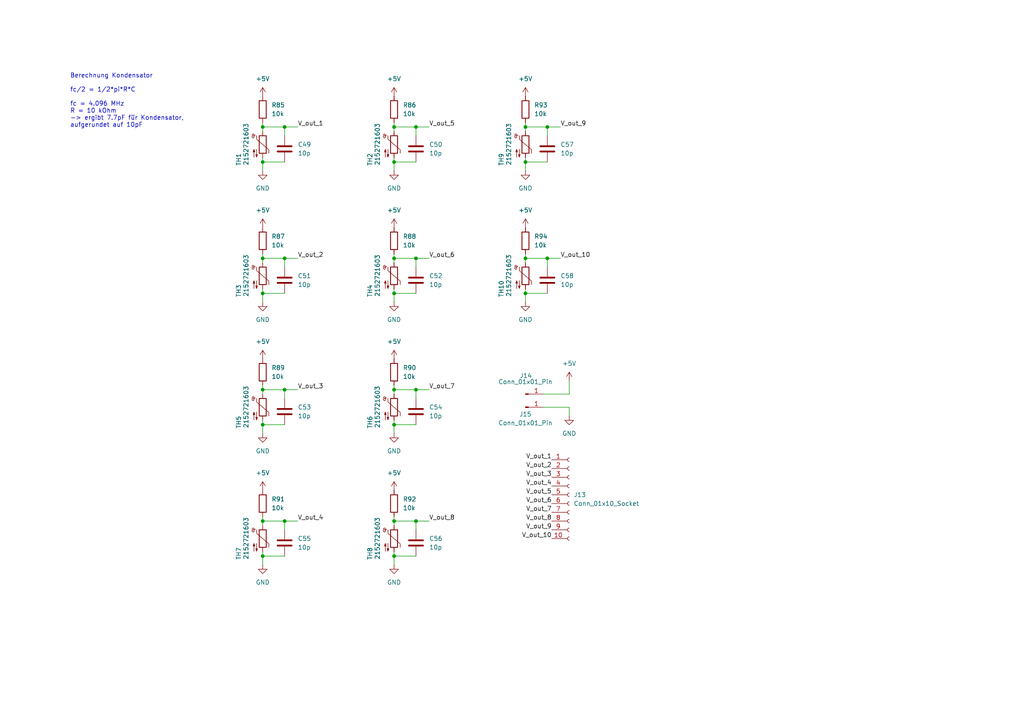
<source format=kicad_sch>
(kicad_sch
	(version 20231120)
	(generator "eeschema")
	(generator_version "8.0")
	(uuid "c04fa1e9-ff14-4ce8-b8e4-68ac8a1e4cda")
	(paper "A4")
	(lib_symbols
		(symbol "Connector:Conn_01x01_Pin"
			(pin_names
				(offset 1.016) hide)
			(exclude_from_sim no)
			(in_bom yes)
			(on_board yes)
			(property "Reference" "J"
				(at 0 2.54 0)
				(effects
					(font
						(size 1.27 1.27)
					)
				)
			)
			(property "Value" "Conn_01x01_Pin"
				(at 0 -2.54 0)
				(effects
					(font
						(size 1.27 1.27)
					)
				)
			)
			(property "Footprint" ""
				(at 0 0 0)
				(effects
					(font
						(size 1.27 1.27)
					)
					(hide yes)
				)
			)
			(property "Datasheet" "~"
				(at 0 0 0)
				(effects
					(font
						(size 1.27 1.27)
					)
					(hide yes)
				)
			)
			(property "Description" "Generic connector, single row, 01x01, script generated"
				(at 0 0 0)
				(effects
					(font
						(size 1.27 1.27)
					)
					(hide yes)
				)
			)
			(property "ki_locked" ""
				(at 0 0 0)
				(effects
					(font
						(size 1.27 1.27)
					)
				)
			)
			(property "ki_keywords" "connector"
				(at 0 0 0)
				(effects
					(font
						(size 1.27 1.27)
					)
					(hide yes)
				)
			)
			(property "ki_fp_filters" "Connector*:*_1x??_*"
				(at 0 0 0)
				(effects
					(font
						(size 1.27 1.27)
					)
					(hide yes)
				)
			)
			(symbol "Conn_01x01_Pin_1_1"
				(polyline
					(pts
						(xy 1.27 0) (xy 0.8636 0)
					)
					(stroke
						(width 0.1524)
						(type default)
					)
					(fill
						(type none)
					)
				)
				(rectangle
					(start 0.8636 0.127)
					(end 0 -0.127)
					(stroke
						(width 0.1524)
						(type default)
					)
					(fill
						(type outline)
					)
				)
				(pin passive line
					(at 5.08 0 180)
					(length 3.81)
					(name "Pin_1"
						(effects
							(font
								(size 1.27 1.27)
							)
						)
					)
					(number "1"
						(effects
							(font
								(size 1.27 1.27)
							)
						)
					)
				)
			)
		)
		(symbol "Connector:Conn_01x10_Socket"
			(pin_names
				(offset 1.016) hide)
			(exclude_from_sim no)
			(in_bom yes)
			(on_board yes)
			(property "Reference" "J"
				(at 0 12.7 0)
				(effects
					(font
						(size 1.27 1.27)
					)
				)
			)
			(property "Value" "Conn_01x10_Socket"
				(at 0 -15.24 0)
				(effects
					(font
						(size 1.27 1.27)
					)
				)
			)
			(property "Footprint" ""
				(at 0 0 0)
				(effects
					(font
						(size 1.27 1.27)
					)
					(hide yes)
				)
			)
			(property "Datasheet" "~"
				(at 0 0 0)
				(effects
					(font
						(size 1.27 1.27)
					)
					(hide yes)
				)
			)
			(property "Description" "Generic connector, single row, 01x10, script generated"
				(at 0 0 0)
				(effects
					(font
						(size 1.27 1.27)
					)
					(hide yes)
				)
			)
			(property "ki_locked" ""
				(at 0 0 0)
				(effects
					(font
						(size 1.27 1.27)
					)
				)
			)
			(property "ki_keywords" "connector"
				(at 0 0 0)
				(effects
					(font
						(size 1.27 1.27)
					)
					(hide yes)
				)
			)
			(property "ki_fp_filters" "Connector*:*_1x??_*"
				(at 0 0 0)
				(effects
					(font
						(size 1.27 1.27)
					)
					(hide yes)
				)
			)
			(symbol "Conn_01x10_Socket_1_1"
				(arc
					(start 0 -12.192)
					(mid -0.5058 -12.7)
					(end 0 -13.208)
					(stroke
						(width 0.1524)
						(type default)
					)
					(fill
						(type none)
					)
				)
				(arc
					(start 0 -9.652)
					(mid -0.5058 -10.16)
					(end 0 -10.668)
					(stroke
						(width 0.1524)
						(type default)
					)
					(fill
						(type none)
					)
				)
				(arc
					(start 0 -7.112)
					(mid -0.5058 -7.62)
					(end 0 -8.128)
					(stroke
						(width 0.1524)
						(type default)
					)
					(fill
						(type none)
					)
				)
				(arc
					(start 0 -4.572)
					(mid -0.5058 -5.08)
					(end 0 -5.588)
					(stroke
						(width 0.1524)
						(type default)
					)
					(fill
						(type none)
					)
				)
				(arc
					(start 0 -2.032)
					(mid -0.5058 -2.54)
					(end 0 -3.048)
					(stroke
						(width 0.1524)
						(type default)
					)
					(fill
						(type none)
					)
				)
				(polyline
					(pts
						(xy -1.27 -12.7) (xy -0.508 -12.7)
					)
					(stroke
						(width 0.1524)
						(type default)
					)
					(fill
						(type none)
					)
				)
				(polyline
					(pts
						(xy -1.27 -10.16) (xy -0.508 -10.16)
					)
					(stroke
						(width 0.1524)
						(type default)
					)
					(fill
						(type none)
					)
				)
				(polyline
					(pts
						(xy -1.27 -7.62) (xy -0.508 -7.62)
					)
					(stroke
						(width 0.1524)
						(type default)
					)
					(fill
						(type none)
					)
				)
				(polyline
					(pts
						(xy -1.27 -5.08) (xy -0.508 -5.08)
					)
					(stroke
						(width 0.1524)
						(type default)
					)
					(fill
						(type none)
					)
				)
				(polyline
					(pts
						(xy -1.27 -2.54) (xy -0.508 -2.54)
					)
					(stroke
						(width 0.1524)
						(type default)
					)
					(fill
						(type none)
					)
				)
				(polyline
					(pts
						(xy -1.27 0) (xy -0.508 0)
					)
					(stroke
						(width 0.1524)
						(type default)
					)
					(fill
						(type none)
					)
				)
				(polyline
					(pts
						(xy -1.27 2.54) (xy -0.508 2.54)
					)
					(stroke
						(width 0.1524)
						(type default)
					)
					(fill
						(type none)
					)
				)
				(polyline
					(pts
						(xy -1.27 5.08) (xy -0.508 5.08)
					)
					(stroke
						(width 0.1524)
						(type default)
					)
					(fill
						(type none)
					)
				)
				(polyline
					(pts
						(xy -1.27 7.62) (xy -0.508 7.62)
					)
					(stroke
						(width 0.1524)
						(type default)
					)
					(fill
						(type none)
					)
				)
				(polyline
					(pts
						(xy -1.27 10.16) (xy -0.508 10.16)
					)
					(stroke
						(width 0.1524)
						(type default)
					)
					(fill
						(type none)
					)
				)
				(arc
					(start 0 0.508)
					(mid -0.5058 0)
					(end 0 -0.508)
					(stroke
						(width 0.1524)
						(type default)
					)
					(fill
						(type none)
					)
				)
				(arc
					(start 0 3.048)
					(mid -0.5058 2.54)
					(end 0 2.032)
					(stroke
						(width 0.1524)
						(type default)
					)
					(fill
						(type none)
					)
				)
				(arc
					(start 0 5.588)
					(mid -0.5058 5.08)
					(end 0 4.572)
					(stroke
						(width 0.1524)
						(type default)
					)
					(fill
						(type none)
					)
				)
				(arc
					(start 0 8.128)
					(mid -0.5058 7.62)
					(end 0 7.112)
					(stroke
						(width 0.1524)
						(type default)
					)
					(fill
						(type none)
					)
				)
				(arc
					(start 0 10.668)
					(mid -0.5058 10.16)
					(end 0 9.652)
					(stroke
						(width 0.1524)
						(type default)
					)
					(fill
						(type none)
					)
				)
				(pin passive line
					(at -5.08 10.16 0)
					(length 3.81)
					(name "Pin_1"
						(effects
							(font
								(size 1.27 1.27)
							)
						)
					)
					(number "1"
						(effects
							(font
								(size 1.27 1.27)
							)
						)
					)
				)
				(pin passive line
					(at -5.08 -12.7 0)
					(length 3.81)
					(name "Pin_10"
						(effects
							(font
								(size 1.27 1.27)
							)
						)
					)
					(number "10"
						(effects
							(font
								(size 1.27 1.27)
							)
						)
					)
				)
				(pin passive line
					(at -5.08 7.62 0)
					(length 3.81)
					(name "Pin_2"
						(effects
							(font
								(size 1.27 1.27)
							)
						)
					)
					(number "2"
						(effects
							(font
								(size 1.27 1.27)
							)
						)
					)
				)
				(pin passive line
					(at -5.08 5.08 0)
					(length 3.81)
					(name "Pin_3"
						(effects
							(font
								(size 1.27 1.27)
							)
						)
					)
					(number "3"
						(effects
							(font
								(size 1.27 1.27)
							)
						)
					)
				)
				(pin passive line
					(at -5.08 2.54 0)
					(length 3.81)
					(name "Pin_4"
						(effects
							(font
								(size 1.27 1.27)
							)
						)
					)
					(number "4"
						(effects
							(font
								(size 1.27 1.27)
							)
						)
					)
				)
				(pin passive line
					(at -5.08 0 0)
					(length 3.81)
					(name "Pin_5"
						(effects
							(font
								(size 1.27 1.27)
							)
						)
					)
					(number "5"
						(effects
							(font
								(size 1.27 1.27)
							)
						)
					)
				)
				(pin passive line
					(at -5.08 -2.54 0)
					(length 3.81)
					(name "Pin_6"
						(effects
							(font
								(size 1.27 1.27)
							)
						)
					)
					(number "6"
						(effects
							(font
								(size 1.27 1.27)
							)
						)
					)
				)
				(pin passive line
					(at -5.08 -5.08 0)
					(length 3.81)
					(name "Pin_7"
						(effects
							(font
								(size 1.27 1.27)
							)
						)
					)
					(number "7"
						(effects
							(font
								(size 1.27 1.27)
							)
						)
					)
				)
				(pin passive line
					(at -5.08 -7.62 0)
					(length 3.81)
					(name "Pin_8"
						(effects
							(font
								(size 1.27 1.27)
							)
						)
					)
					(number "8"
						(effects
							(font
								(size 1.27 1.27)
							)
						)
					)
				)
				(pin passive line
					(at -5.08 -10.16 0)
					(length 3.81)
					(name "Pin_9"
						(effects
							(font
								(size 1.27 1.27)
							)
						)
					)
					(number "9"
						(effects
							(font
								(size 1.27 1.27)
							)
						)
					)
				)
			)
		)
		(symbol "Device:C"
			(pin_numbers hide)
			(pin_names
				(offset 0.254)
			)
			(exclude_from_sim no)
			(in_bom yes)
			(on_board yes)
			(property "Reference" "C"
				(at 0.635 2.54 0)
				(effects
					(font
						(size 1.27 1.27)
					)
					(justify left)
				)
			)
			(property "Value" "C"
				(at 0.635 -2.54 0)
				(effects
					(font
						(size 1.27 1.27)
					)
					(justify left)
				)
			)
			(property "Footprint" ""
				(at 0.9652 -3.81 0)
				(effects
					(font
						(size 1.27 1.27)
					)
					(hide yes)
				)
			)
			(property "Datasheet" "~"
				(at 0 0 0)
				(effects
					(font
						(size 1.27 1.27)
					)
					(hide yes)
				)
			)
			(property "Description" "Unpolarized capacitor"
				(at 0 0 0)
				(effects
					(font
						(size 1.27 1.27)
					)
					(hide yes)
				)
			)
			(property "ki_keywords" "cap capacitor"
				(at 0 0 0)
				(effects
					(font
						(size 1.27 1.27)
					)
					(hide yes)
				)
			)
			(property "ki_fp_filters" "C_*"
				(at 0 0 0)
				(effects
					(font
						(size 1.27 1.27)
					)
					(hide yes)
				)
			)
			(symbol "C_0_1"
				(polyline
					(pts
						(xy -2.032 -0.762) (xy 2.032 -0.762)
					)
					(stroke
						(width 0.508)
						(type default)
					)
					(fill
						(type none)
					)
				)
				(polyline
					(pts
						(xy -2.032 0.762) (xy 2.032 0.762)
					)
					(stroke
						(width 0.508)
						(type default)
					)
					(fill
						(type none)
					)
				)
			)
			(symbol "C_1_1"
				(pin passive line
					(at 0 3.81 270)
					(length 2.794)
					(name "~"
						(effects
							(font
								(size 1.27 1.27)
							)
						)
					)
					(number "1"
						(effects
							(font
								(size 1.27 1.27)
							)
						)
					)
				)
				(pin passive line
					(at 0 -3.81 90)
					(length 2.794)
					(name "~"
						(effects
							(font
								(size 1.27 1.27)
							)
						)
					)
					(number "2"
						(effects
							(font
								(size 1.27 1.27)
							)
						)
					)
				)
			)
		)
		(symbol "Device:R"
			(pin_numbers hide)
			(pin_names
				(offset 0)
			)
			(exclude_from_sim no)
			(in_bom yes)
			(on_board yes)
			(property "Reference" "R"
				(at 2.032 0 90)
				(effects
					(font
						(size 1.27 1.27)
					)
				)
			)
			(property "Value" "R"
				(at 0 0 90)
				(effects
					(font
						(size 1.27 1.27)
					)
				)
			)
			(property "Footprint" ""
				(at -1.778 0 90)
				(effects
					(font
						(size 1.27 1.27)
					)
					(hide yes)
				)
			)
			(property "Datasheet" "~"
				(at 0 0 0)
				(effects
					(font
						(size 1.27 1.27)
					)
					(hide yes)
				)
			)
			(property "Description" "Resistor"
				(at 0 0 0)
				(effects
					(font
						(size 1.27 1.27)
					)
					(hide yes)
				)
			)
			(property "ki_keywords" "R res resistor"
				(at 0 0 0)
				(effects
					(font
						(size 1.27 1.27)
					)
					(hide yes)
				)
			)
			(property "ki_fp_filters" "R_*"
				(at 0 0 0)
				(effects
					(font
						(size 1.27 1.27)
					)
					(hide yes)
				)
			)
			(symbol "R_0_1"
				(rectangle
					(start -1.016 -2.54)
					(end 1.016 2.54)
					(stroke
						(width 0.254)
						(type default)
					)
					(fill
						(type none)
					)
				)
			)
			(symbol "R_1_1"
				(pin passive line
					(at 0 3.81 270)
					(length 1.27)
					(name "~"
						(effects
							(font
								(size 1.27 1.27)
							)
						)
					)
					(number "1"
						(effects
							(font
								(size 1.27 1.27)
							)
						)
					)
				)
				(pin passive line
					(at 0 -3.81 90)
					(length 1.27)
					(name "~"
						(effects
							(font
								(size 1.27 1.27)
							)
						)
					)
					(number "2"
						(effects
							(font
								(size 1.27 1.27)
							)
						)
					)
				)
			)
		)
		(symbol "Device:Thermistor_NTC"
			(pin_numbers hide)
			(pin_names
				(offset 0)
			)
			(exclude_from_sim no)
			(in_bom yes)
			(on_board yes)
			(property "Reference" "TH"
				(at -4.445 0 90)
				(effects
					(font
						(size 1.27 1.27)
					)
				)
			)
			(property "Value" "Thermistor_NTC"
				(at 3.175 0 90)
				(effects
					(font
						(size 1.27 1.27)
					)
				)
			)
			(property "Footprint" ""
				(at 0 1.27 0)
				(effects
					(font
						(size 1.27 1.27)
					)
					(hide yes)
				)
			)
			(property "Datasheet" "~"
				(at 0 1.27 0)
				(effects
					(font
						(size 1.27 1.27)
					)
					(hide yes)
				)
			)
			(property "Description" "Temperature dependent resistor, negative temperature coefficient"
				(at 0 0 0)
				(effects
					(font
						(size 1.27 1.27)
					)
					(hide yes)
				)
			)
			(property "ki_keywords" "thermistor NTC resistor sensor RTD"
				(at 0 0 0)
				(effects
					(font
						(size 1.27 1.27)
					)
					(hide yes)
				)
			)
			(property "ki_fp_filters" "*NTC* *Thermistor* PIN?ARRAY* bornier* *Terminal?Block* R_*"
				(at 0 0 0)
				(effects
					(font
						(size 1.27 1.27)
					)
					(hide yes)
				)
			)
			(symbol "Thermistor_NTC_0_1"
				(arc
					(start -3.048 2.159)
					(mid -3.0495 2.3143)
					(end -3.175 2.413)
					(stroke
						(width 0)
						(type default)
					)
					(fill
						(type none)
					)
				)
				(arc
					(start -3.048 2.159)
					(mid -2.9736 1.9794)
					(end -2.794 1.905)
					(stroke
						(width 0)
						(type default)
					)
					(fill
						(type none)
					)
				)
				(arc
					(start -3.048 2.794)
					(mid -2.9736 2.6144)
					(end -2.794 2.54)
					(stroke
						(width 0)
						(type default)
					)
					(fill
						(type none)
					)
				)
				(arc
					(start -2.794 1.905)
					(mid -2.6144 1.9794)
					(end -2.54 2.159)
					(stroke
						(width 0)
						(type default)
					)
					(fill
						(type none)
					)
				)
				(arc
					(start -2.794 2.54)
					(mid -2.4393 2.5587)
					(end -2.159 2.794)
					(stroke
						(width 0)
						(type default)
					)
					(fill
						(type none)
					)
				)
				(arc
					(start -2.794 3.048)
					(mid -2.9736 2.9736)
					(end -3.048 2.794)
					(stroke
						(width 0)
						(type default)
					)
					(fill
						(type none)
					)
				)
				(arc
					(start -2.54 2.794)
					(mid -2.6144 2.9736)
					(end -2.794 3.048)
					(stroke
						(width 0)
						(type default)
					)
					(fill
						(type none)
					)
				)
				(rectangle
					(start -1.016 2.54)
					(end 1.016 -2.54)
					(stroke
						(width 0.254)
						(type default)
					)
					(fill
						(type none)
					)
				)
				(polyline
					(pts
						(xy -2.54 2.159) (xy -2.54 2.794)
					)
					(stroke
						(width 0)
						(type default)
					)
					(fill
						(type none)
					)
				)
				(polyline
					(pts
						(xy -1.778 2.54) (xy -1.778 1.524) (xy 1.778 -1.524) (xy 1.778 -2.54)
					)
					(stroke
						(width 0)
						(type default)
					)
					(fill
						(type none)
					)
				)
				(polyline
					(pts
						(xy -2.54 -3.683) (xy -2.54 -1.397) (xy -2.794 -2.159) (xy -2.286 -2.159) (xy -2.54 -1.397) (xy -2.54 -1.651)
					)
					(stroke
						(width 0)
						(type default)
					)
					(fill
						(type outline)
					)
				)
				(polyline
					(pts
						(xy -1.778 -1.397) (xy -1.778 -3.683) (xy -2.032 -2.921) (xy -1.524 -2.921) (xy -1.778 -3.683)
						(xy -1.778 -3.429)
					)
					(stroke
						(width 0)
						(type default)
					)
					(fill
						(type outline)
					)
				)
			)
			(symbol "Thermistor_NTC_1_1"
				(pin passive line
					(at 0 3.81 270)
					(length 1.27)
					(name "~"
						(effects
							(font
								(size 1.27 1.27)
							)
						)
					)
					(number "1"
						(effects
							(font
								(size 1.27 1.27)
							)
						)
					)
				)
				(pin passive line
					(at 0 -3.81 90)
					(length 1.27)
					(name "~"
						(effects
							(font
								(size 1.27 1.27)
							)
						)
					)
					(number "2"
						(effects
							(font
								(size 1.27 1.27)
							)
						)
					)
				)
			)
		)
		(symbol "power:+5V"
			(power)
			(pin_numbers hide)
			(pin_names
				(offset 0) hide)
			(exclude_from_sim no)
			(in_bom yes)
			(on_board yes)
			(property "Reference" "#PWR"
				(at 0 -3.81 0)
				(effects
					(font
						(size 1.27 1.27)
					)
					(hide yes)
				)
			)
			(property "Value" "+5V"
				(at 0 3.556 0)
				(effects
					(font
						(size 1.27 1.27)
					)
				)
			)
			(property "Footprint" ""
				(at 0 0 0)
				(effects
					(font
						(size 1.27 1.27)
					)
					(hide yes)
				)
			)
			(property "Datasheet" ""
				(at 0 0 0)
				(effects
					(font
						(size 1.27 1.27)
					)
					(hide yes)
				)
			)
			(property "Description" "Power symbol creates a global label with name \"+5V\""
				(at 0 0 0)
				(effects
					(font
						(size 1.27 1.27)
					)
					(hide yes)
				)
			)
			(property "ki_keywords" "global power"
				(at 0 0 0)
				(effects
					(font
						(size 1.27 1.27)
					)
					(hide yes)
				)
			)
			(symbol "+5V_0_1"
				(polyline
					(pts
						(xy -0.762 1.27) (xy 0 2.54)
					)
					(stroke
						(width 0)
						(type default)
					)
					(fill
						(type none)
					)
				)
				(polyline
					(pts
						(xy 0 0) (xy 0 2.54)
					)
					(stroke
						(width 0)
						(type default)
					)
					(fill
						(type none)
					)
				)
				(polyline
					(pts
						(xy 0 2.54) (xy 0.762 1.27)
					)
					(stroke
						(width 0)
						(type default)
					)
					(fill
						(type none)
					)
				)
			)
			(symbol "+5V_1_1"
				(pin power_in line
					(at 0 0 90)
					(length 0)
					(name "~"
						(effects
							(font
								(size 1.27 1.27)
							)
						)
					)
					(number "1"
						(effects
							(font
								(size 1.27 1.27)
							)
						)
					)
				)
			)
		)
		(symbol "power:GND"
			(power)
			(pin_numbers hide)
			(pin_names
				(offset 0) hide)
			(exclude_from_sim no)
			(in_bom yes)
			(on_board yes)
			(property "Reference" "#PWR"
				(at 0 -6.35 0)
				(effects
					(font
						(size 1.27 1.27)
					)
					(hide yes)
				)
			)
			(property "Value" "GND"
				(at 0 -3.81 0)
				(effects
					(font
						(size 1.27 1.27)
					)
				)
			)
			(property "Footprint" ""
				(at 0 0 0)
				(effects
					(font
						(size 1.27 1.27)
					)
					(hide yes)
				)
			)
			(property "Datasheet" ""
				(at 0 0 0)
				(effects
					(font
						(size 1.27 1.27)
					)
					(hide yes)
				)
			)
			(property "Description" "Power symbol creates a global label with name \"GND\" , ground"
				(at 0 0 0)
				(effects
					(font
						(size 1.27 1.27)
					)
					(hide yes)
				)
			)
			(property "ki_keywords" "global power"
				(at 0 0 0)
				(effects
					(font
						(size 1.27 1.27)
					)
					(hide yes)
				)
			)
			(symbol "GND_0_1"
				(polyline
					(pts
						(xy 0 0) (xy 0 -1.27) (xy 1.27 -1.27) (xy 0 -2.54) (xy -1.27 -1.27) (xy 0 -1.27)
					)
					(stroke
						(width 0)
						(type default)
					)
					(fill
						(type none)
					)
				)
			)
			(symbol "GND_1_1"
				(pin power_in line
					(at 0 0 270)
					(length 0)
					(name "~"
						(effects
							(font
								(size 1.27 1.27)
							)
						)
					)
					(number "1"
						(effects
							(font
								(size 1.27 1.27)
							)
						)
					)
				)
			)
		)
	)
	(junction
		(at 114.3 113.03)
		(diameter 0)
		(color 0 0 0 0)
		(uuid "02a37f10-ffd6-4b20-8758-a20811b70484")
	)
	(junction
		(at 152.4 36.83)
		(diameter 0)
		(color 0 0 0 0)
		(uuid "09db6db1-f3c1-490a-a979-2ccfa097db9a")
	)
	(junction
		(at 114.3 151.13)
		(diameter 0)
		(color 0 0 0 0)
		(uuid "0b4c0840-bc63-486a-ba9b-7023b6db3fb5")
	)
	(junction
		(at 76.2 74.93)
		(diameter 0)
		(color 0 0 0 0)
		(uuid "14476067-00ea-4d48-abc0-50d05e43fa19")
	)
	(junction
		(at 120.65 113.03)
		(diameter 0)
		(color 0 0 0 0)
		(uuid "1a82186c-767f-49b8-b73d-45fbb512c095")
	)
	(junction
		(at 76.2 151.13)
		(diameter 0)
		(color 0 0 0 0)
		(uuid "1af1c0d2-f8a3-4c79-a9ec-67ad777232d5")
	)
	(junction
		(at 152.4 85.09)
		(diameter 0)
		(color 0 0 0 0)
		(uuid "1f6e6b4e-64f7-41ee-8cfc-4b091d778126")
	)
	(junction
		(at 114.3 161.29)
		(diameter 0)
		(color 0 0 0 0)
		(uuid "2730c326-6346-4448-aa1e-7795c494b869")
	)
	(junction
		(at 120.65 36.83)
		(diameter 0)
		(color 0 0 0 0)
		(uuid "2fc6f474-098a-43f9-bd8f-55e9827a1307")
	)
	(junction
		(at 152.4 74.93)
		(diameter 0)
		(color 0 0 0 0)
		(uuid "3e0646c5-f350-4bab-a135-24dcc0d2bf5c")
	)
	(junction
		(at 158.75 36.83)
		(diameter 0)
		(color 0 0 0 0)
		(uuid "3f7080c5-cccf-4122-bfb6-03e0cf689d87")
	)
	(junction
		(at 114.3 36.83)
		(diameter 0)
		(color 0 0 0 0)
		(uuid "41eab48d-bc53-4aea-a7a2-06f54329b52a")
	)
	(junction
		(at 76.2 123.19)
		(diameter 0)
		(color 0 0 0 0)
		(uuid "4ad15ed0-cecc-4380-abec-5b86663fec01")
	)
	(junction
		(at 114.3 85.09)
		(diameter 0)
		(color 0 0 0 0)
		(uuid "4c666921-8ff9-4245-ab98-931f97f43ef1")
	)
	(junction
		(at 158.75 74.93)
		(diameter 0)
		(color 0 0 0 0)
		(uuid "50a3ee63-5ccc-446b-8aa7-b1bf4e8c9510")
	)
	(junction
		(at 82.55 151.13)
		(diameter 0)
		(color 0 0 0 0)
		(uuid "5d2c9f89-ef95-4693-be1a-109969fa72b4")
	)
	(junction
		(at 76.2 161.29)
		(diameter 0)
		(color 0 0 0 0)
		(uuid "5e085f09-4186-4997-b6fc-292e603d4355")
	)
	(junction
		(at 82.55 36.83)
		(diameter 0)
		(color 0 0 0 0)
		(uuid "65176f7d-a4e2-4b0f-9a33-03f0575f5d5f")
	)
	(junction
		(at 76.2 36.83)
		(diameter 0)
		(color 0 0 0 0)
		(uuid "6ffde988-d1b9-4e5a-94e2-c4b766b195e6")
	)
	(junction
		(at 76.2 85.09)
		(diameter 0)
		(color 0 0 0 0)
		(uuid "826c9617-69fb-49d3-bea4-951decfb497e")
	)
	(junction
		(at 76.2 46.99)
		(diameter 0)
		(color 0 0 0 0)
		(uuid "9964913f-b909-4b50-97e6-e67fafa0ec9f")
	)
	(junction
		(at 76.2 113.03)
		(diameter 0)
		(color 0 0 0 0)
		(uuid "b5e01637-ad62-431c-a1ef-3dadf5541a0f")
	)
	(junction
		(at 114.3 46.99)
		(diameter 0)
		(color 0 0 0 0)
		(uuid "b8d22252-cc33-40c6-97e2-ee40cc09a185")
	)
	(junction
		(at 114.3 123.19)
		(diameter 0)
		(color 0 0 0 0)
		(uuid "c450bb02-f2d5-4e35-9466-8a5f9ddeb972")
	)
	(junction
		(at 152.4 46.99)
		(diameter 0)
		(color 0 0 0 0)
		(uuid "c743dc9c-098a-4304-9900-6f7367da93c7")
	)
	(junction
		(at 114.3 74.93)
		(diameter 0)
		(color 0 0 0 0)
		(uuid "c82e7f55-87b9-4e3c-8471-d3edc12117f6")
	)
	(junction
		(at 120.65 74.93)
		(diameter 0)
		(color 0 0 0 0)
		(uuid "ccdcec25-1cb4-4d1c-a8f4-257658e98572")
	)
	(junction
		(at 82.55 74.93)
		(diameter 0)
		(color 0 0 0 0)
		(uuid "dce68dc5-dc1c-4b4f-b55d-7cafa12cef74")
	)
	(junction
		(at 120.65 151.13)
		(diameter 0)
		(color 0 0 0 0)
		(uuid "de9f207f-aef4-46d4-bd83-fcd0aefde8fc")
	)
	(junction
		(at 82.55 113.03)
		(diameter 0)
		(color 0 0 0 0)
		(uuid "fb31db60-c9ef-4f64-8b99-8e4f466c110d")
	)
	(wire
		(pts
			(xy 76.2 160.02) (xy 76.2 161.29)
		)
		(stroke
			(width 0)
			(type default)
		)
		(uuid "00adef34-30a7-4713-96e4-5252348b0ba5")
	)
	(wire
		(pts
			(xy 114.3 74.93) (xy 114.3 76.2)
		)
		(stroke
			(width 0)
			(type default)
		)
		(uuid "01057768-5ad6-4eaa-992a-723f1f7e5233")
	)
	(wire
		(pts
			(xy 157.48 114.3) (xy 165.1 114.3)
		)
		(stroke
			(width 0)
			(type default)
		)
		(uuid "04bd9d85-b83c-4347-857e-fc3e11502b9f")
	)
	(wire
		(pts
			(xy 114.3 161.29) (xy 120.65 161.29)
		)
		(stroke
			(width 0)
			(type default)
		)
		(uuid "1b763cf4-c63a-4604-857f-6ec10e90e51b")
	)
	(wire
		(pts
			(xy 114.3 36.83) (xy 114.3 38.1)
		)
		(stroke
			(width 0)
			(type default)
		)
		(uuid "1df2167f-31f3-4f99-98b0-7b3df2eb3947")
	)
	(wire
		(pts
			(xy 114.3 121.92) (xy 114.3 123.19)
		)
		(stroke
			(width 0)
			(type default)
		)
		(uuid "1f1ac8b4-d225-48bc-bd36-0a7a8f677b05")
	)
	(wire
		(pts
			(xy 114.3 85.09) (xy 120.65 85.09)
		)
		(stroke
			(width 0)
			(type default)
		)
		(uuid "205c26eb-ec88-4572-8e4b-2f5c9b08af7b")
	)
	(wire
		(pts
			(xy 120.65 151.13) (xy 120.65 153.67)
		)
		(stroke
			(width 0)
			(type default)
		)
		(uuid "21df7f2c-a0c0-4530-bc5e-311b02774b2a")
	)
	(wire
		(pts
			(xy 82.55 113.03) (xy 82.55 115.57)
		)
		(stroke
			(width 0)
			(type default)
		)
		(uuid "22465fcf-7c48-4618-a85c-f8e7e360ef41")
	)
	(wire
		(pts
			(xy 76.2 46.99) (xy 82.55 46.99)
		)
		(stroke
			(width 0)
			(type default)
		)
		(uuid "279f532f-7eb4-4c91-839a-95b5ba2f8d50")
	)
	(wire
		(pts
			(xy 114.3 36.83) (xy 120.65 36.83)
		)
		(stroke
			(width 0)
			(type default)
		)
		(uuid "2b617e7c-53ba-4d5f-8273-e998c88dce19")
	)
	(wire
		(pts
			(xy 120.65 151.13) (xy 124.46 151.13)
		)
		(stroke
			(width 0)
			(type default)
		)
		(uuid "2b75eaf8-935e-4fa7-a4c7-595d0ebe1bf6")
	)
	(wire
		(pts
			(xy 76.2 46.99) (xy 76.2 49.53)
		)
		(stroke
			(width 0)
			(type default)
		)
		(uuid "2cb32a9a-08ed-467d-8ea2-34b6cf7bfa36")
	)
	(wire
		(pts
			(xy 114.3 160.02) (xy 114.3 161.29)
		)
		(stroke
			(width 0)
			(type default)
		)
		(uuid "2da65222-c677-46dc-b6ac-6873137c627a")
	)
	(wire
		(pts
			(xy 165.1 114.3) (xy 165.1 110.49)
		)
		(stroke
			(width 0)
			(type default)
		)
		(uuid "34ce4d70-ad81-4c7e-ad37-2655b6e4abda")
	)
	(wire
		(pts
			(xy 82.55 151.13) (xy 86.36 151.13)
		)
		(stroke
			(width 0)
			(type default)
		)
		(uuid "3684bb13-0692-431c-97a6-655846bd8968")
	)
	(wire
		(pts
			(xy 152.4 74.93) (xy 158.75 74.93)
		)
		(stroke
			(width 0)
			(type default)
		)
		(uuid "379ac934-491c-4c91-b0dc-5a47b2638b85")
	)
	(wire
		(pts
			(xy 76.2 73.66) (xy 76.2 74.93)
		)
		(stroke
			(width 0)
			(type default)
		)
		(uuid "3a37d028-ff78-48e9-8473-73eb2b6dfc1b")
	)
	(wire
		(pts
			(xy 114.3 161.29) (xy 114.3 163.83)
		)
		(stroke
			(width 0)
			(type default)
		)
		(uuid "3e557f4e-9788-4bcc-9c5e-9b0447bc5f57")
	)
	(wire
		(pts
			(xy 158.75 36.83) (xy 158.75 39.37)
		)
		(stroke
			(width 0)
			(type default)
		)
		(uuid "403e7592-62f8-4abb-b266-7f4f9a8e6ced")
	)
	(wire
		(pts
			(xy 152.4 36.83) (xy 158.75 36.83)
		)
		(stroke
			(width 0)
			(type default)
		)
		(uuid "403f69c0-5e97-4e5f-aa15-8d812303f625")
	)
	(wire
		(pts
			(xy 76.2 161.29) (xy 76.2 163.83)
		)
		(stroke
			(width 0)
			(type default)
		)
		(uuid "40a9a28d-714d-4ffc-83f0-1d1614366d9e")
	)
	(wire
		(pts
			(xy 152.4 36.83) (xy 152.4 38.1)
		)
		(stroke
			(width 0)
			(type default)
		)
		(uuid "42274e8b-ba27-42aa-95cb-e6dedcd8ad5c")
	)
	(wire
		(pts
			(xy 82.55 74.93) (xy 86.36 74.93)
		)
		(stroke
			(width 0)
			(type default)
		)
		(uuid "42c1cb9a-b6a3-4816-b455-51fd4de8846c")
	)
	(wire
		(pts
			(xy 76.2 123.19) (xy 76.2 125.73)
		)
		(stroke
			(width 0)
			(type default)
		)
		(uuid "4712578a-28fb-4db9-9ff3-217a9d54d760")
	)
	(wire
		(pts
			(xy 76.2 36.83) (xy 76.2 38.1)
		)
		(stroke
			(width 0)
			(type default)
		)
		(uuid "47bda7fd-7b36-4985-a056-bde39d01be27")
	)
	(wire
		(pts
			(xy 152.4 35.56) (xy 152.4 36.83)
		)
		(stroke
			(width 0)
			(type default)
		)
		(uuid "49b07952-5c92-4833-b8fa-1f629cd03c69")
	)
	(wire
		(pts
			(xy 152.4 46.99) (xy 158.75 46.99)
		)
		(stroke
			(width 0)
			(type default)
		)
		(uuid "4d6b506f-c47b-4d08-9cb9-69c075001475")
	)
	(wire
		(pts
			(xy 82.55 36.83) (xy 86.36 36.83)
		)
		(stroke
			(width 0)
			(type default)
		)
		(uuid "509e3e37-353b-435e-bcb9-1b69282de09a")
	)
	(wire
		(pts
			(xy 76.2 151.13) (xy 82.55 151.13)
		)
		(stroke
			(width 0)
			(type default)
		)
		(uuid "50c6dff3-576c-4f66-9143-885fac671efd")
	)
	(wire
		(pts
			(xy 76.2 113.03) (xy 76.2 114.3)
		)
		(stroke
			(width 0)
			(type default)
		)
		(uuid "549ced8d-f867-4442-b6cd-2770daf751be")
	)
	(wire
		(pts
			(xy 76.2 161.29) (xy 82.55 161.29)
		)
		(stroke
			(width 0)
			(type default)
		)
		(uuid "566d146a-b884-4dde-981d-12cf5a729fc8")
	)
	(wire
		(pts
			(xy 76.2 74.93) (xy 76.2 76.2)
		)
		(stroke
			(width 0)
			(type default)
		)
		(uuid "5b92a549-c960-4aea-8752-ee81e3f1fef7")
	)
	(wire
		(pts
			(xy 114.3 73.66) (xy 114.3 74.93)
		)
		(stroke
			(width 0)
			(type default)
		)
		(uuid "5d716ecb-e6c1-43a2-bd15-6dddd3dbdfaf")
	)
	(wire
		(pts
			(xy 114.3 111.76) (xy 114.3 113.03)
		)
		(stroke
			(width 0)
			(type default)
		)
		(uuid "5dba8df6-0b61-4cd9-92cb-459cf85b10cb")
	)
	(wire
		(pts
			(xy 114.3 85.09) (xy 114.3 87.63)
		)
		(stroke
			(width 0)
			(type default)
		)
		(uuid "5f72d985-ea76-499e-96e5-877a1ad9b465")
	)
	(wire
		(pts
			(xy 120.65 36.83) (xy 124.46 36.83)
		)
		(stroke
			(width 0)
			(type default)
		)
		(uuid "612721f1-5fa7-4c47-8c22-3dfadea397c7")
	)
	(wire
		(pts
			(xy 114.3 83.82) (xy 114.3 85.09)
		)
		(stroke
			(width 0)
			(type default)
		)
		(uuid "62a41f86-6ebd-4faa-bb19-c17e30e85dfe")
	)
	(wire
		(pts
			(xy 152.4 85.09) (xy 152.4 87.63)
		)
		(stroke
			(width 0)
			(type default)
		)
		(uuid "62c193ab-5aaf-47b4-891e-32efb6e600cd")
	)
	(wire
		(pts
			(xy 114.3 46.99) (xy 114.3 49.53)
		)
		(stroke
			(width 0)
			(type default)
		)
		(uuid "6305c2b0-0a35-4735-8257-cc6659a06e2f")
	)
	(wire
		(pts
			(xy 152.4 46.99) (xy 152.4 49.53)
		)
		(stroke
			(width 0)
			(type default)
		)
		(uuid "6338ef5c-f111-4f6b-aadf-da0a8cf3c706")
	)
	(wire
		(pts
			(xy 158.75 74.93) (xy 162.56 74.93)
		)
		(stroke
			(width 0)
			(type default)
		)
		(uuid "64608e5f-77d7-4bb8-8dc9-ee7da700797c")
	)
	(wire
		(pts
			(xy 114.3 46.99) (xy 120.65 46.99)
		)
		(stroke
			(width 0)
			(type default)
		)
		(uuid "64bd3f4f-6b83-4f7a-8e18-c75f16ad03c0")
	)
	(wire
		(pts
			(xy 82.55 36.83) (xy 82.55 39.37)
		)
		(stroke
			(width 0)
			(type default)
		)
		(uuid "7345c3a8-140f-4493-b9bd-860da7208990")
	)
	(wire
		(pts
			(xy 76.2 83.82) (xy 76.2 85.09)
		)
		(stroke
			(width 0)
			(type default)
		)
		(uuid "75e0f750-3fbb-47ee-87f3-26727bfb9b03")
	)
	(wire
		(pts
			(xy 158.75 74.93) (xy 158.75 77.47)
		)
		(stroke
			(width 0)
			(type default)
		)
		(uuid "78dffa94-8cca-4a47-aa84-7f4fd7aa1d2c")
	)
	(wire
		(pts
			(xy 114.3 123.19) (xy 114.3 125.73)
		)
		(stroke
			(width 0)
			(type default)
		)
		(uuid "7a00e868-9c9d-44a8-b005-1cdf11a7a2a7")
	)
	(wire
		(pts
			(xy 152.4 74.93) (xy 152.4 76.2)
		)
		(stroke
			(width 0)
			(type default)
		)
		(uuid "80192881-0c57-4163-9373-87f48d55ed39")
	)
	(wire
		(pts
			(xy 120.65 36.83) (xy 120.65 39.37)
		)
		(stroke
			(width 0)
			(type default)
		)
		(uuid "8509e2f9-738a-45ad-831b-fd89602c18f4")
	)
	(wire
		(pts
			(xy 114.3 151.13) (xy 114.3 152.4)
		)
		(stroke
			(width 0)
			(type default)
		)
		(uuid "8b1a645b-ae0d-40de-86c5-173a0efecfaa")
	)
	(wire
		(pts
			(xy 76.2 85.09) (xy 82.55 85.09)
		)
		(stroke
			(width 0)
			(type default)
		)
		(uuid "8bda60f7-214d-4bf4-a510-9187e588a95b")
	)
	(wire
		(pts
			(xy 152.4 45.72) (xy 152.4 46.99)
		)
		(stroke
			(width 0)
			(type default)
		)
		(uuid "8c87aecb-ef1c-416a-b989-1232c94d0cb0")
	)
	(wire
		(pts
			(xy 76.2 36.83) (xy 82.55 36.83)
		)
		(stroke
			(width 0)
			(type default)
		)
		(uuid "8d9ea2f1-427e-4130-9c7f-e2db7cb71a68")
	)
	(wire
		(pts
			(xy 76.2 45.72) (xy 76.2 46.99)
		)
		(stroke
			(width 0)
			(type default)
		)
		(uuid "9147008c-6124-44cd-b82a-61982501664f")
	)
	(wire
		(pts
			(xy 76.2 113.03) (xy 82.55 113.03)
		)
		(stroke
			(width 0)
			(type default)
		)
		(uuid "931dabfa-e5ed-43cb-947c-03f950edbf59")
	)
	(wire
		(pts
			(xy 114.3 45.72) (xy 114.3 46.99)
		)
		(stroke
			(width 0)
			(type default)
		)
		(uuid "93f07e6b-d270-4a7b-a8e7-97bb23dc1a82")
	)
	(wire
		(pts
			(xy 120.65 113.03) (xy 120.65 115.57)
		)
		(stroke
			(width 0)
			(type default)
		)
		(uuid "9623dd91-938f-47f3-85d7-8586b5395bf7")
	)
	(wire
		(pts
			(xy 114.3 113.03) (xy 120.65 113.03)
		)
		(stroke
			(width 0)
			(type default)
		)
		(uuid "99f4f41a-b9d0-470c-8fc0-67410f755099")
	)
	(wire
		(pts
			(xy 165.1 118.11) (xy 157.48 118.11)
		)
		(stroke
			(width 0)
			(type default)
		)
		(uuid "9e766546-e719-4c56-b581-2f5bf7dcf19a")
	)
	(wire
		(pts
			(xy 76.2 149.86) (xy 76.2 151.13)
		)
		(stroke
			(width 0)
			(type default)
		)
		(uuid "a216c6aa-f446-4d8c-9e44-a16a2bbf73bd")
	)
	(wire
		(pts
			(xy 152.4 85.09) (xy 158.75 85.09)
		)
		(stroke
			(width 0)
			(type default)
		)
		(uuid "a70da2ff-3762-4d66-a582-4200e1226adf")
	)
	(wire
		(pts
			(xy 76.2 123.19) (xy 82.55 123.19)
		)
		(stroke
			(width 0)
			(type default)
		)
		(uuid "af2db4d8-e55d-430f-8048-658b3995e06d")
	)
	(wire
		(pts
			(xy 82.55 113.03) (xy 86.36 113.03)
		)
		(stroke
			(width 0)
			(type default)
		)
		(uuid "af921df7-269d-497f-a437-bede1b21b168")
	)
	(wire
		(pts
			(xy 152.4 73.66) (xy 152.4 74.93)
		)
		(stroke
			(width 0)
			(type default)
		)
		(uuid "b27ed376-e29a-4641-94bc-b879f16ffe8d")
	)
	(wire
		(pts
			(xy 120.65 74.93) (xy 124.46 74.93)
		)
		(stroke
			(width 0)
			(type default)
		)
		(uuid "b6b08ed3-25ae-4794-b6fd-47f9e07d1286")
	)
	(wire
		(pts
			(xy 76.2 85.09) (xy 76.2 87.63)
		)
		(stroke
			(width 0)
			(type default)
		)
		(uuid "bb2fe46a-4f51-4f3d-8be1-068a31aad1e3")
	)
	(wire
		(pts
			(xy 158.75 36.83) (xy 162.56 36.83)
		)
		(stroke
			(width 0)
			(type default)
		)
		(uuid "bfec693f-da9b-44bd-9bcb-e9518a1112ac")
	)
	(wire
		(pts
			(xy 82.55 151.13) (xy 82.55 153.67)
		)
		(stroke
			(width 0)
			(type default)
		)
		(uuid "c255d921-8e5d-47de-8b94-7ebba6bb937f")
	)
	(wire
		(pts
			(xy 114.3 149.86) (xy 114.3 151.13)
		)
		(stroke
			(width 0)
			(type default)
		)
		(uuid "c3a1a0c9-9197-4c84-b8ea-14b408682dff")
	)
	(wire
		(pts
			(xy 114.3 35.56) (xy 114.3 36.83)
		)
		(stroke
			(width 0)
			(type default)
		)
		(uuid "c6bcdf72-f49f-4a0a-8fe4-05dddd6f7cdb")
	)
	(wire
		(pts
			(xy 76.2 111.76) (xy 76.2 113.03)
		)
		(stroke
			(width 0)
			(type default)
		)
		(uuid "c993871e-b876-4ce0-868b-dad3164b16d2")
	)
	(wire
		(pts
			(xy 114.3 113.03) (xy 114.3 114.3)
		)
		(stroke
			(width 0)
			(type default)
		)
		(uuid "d501e484-78bf-45ce-8180-2ae44ac659f5")
	)
	(wire
		(pts
			(xy 76.2 151.13) (xy 76.2 152.4)
		)
		(stroke
			(width 0)
			(type default)
		)
		(uuid "d838a756-682c-4f18-8060-be3e4dd2bf4f")
	)
	(wire
		(pts
			(xy 82.55 74.93) (xy 82.55 77.47)
		)
		(stroke
			(width 0)
			(type default)
		)
		(uuid "d861486e-eee7-4185-9c20-55ad0e625acd")
	)
	(wire
		(pts
			(xy 120.65 74.93) (xy 120.65 77.47)
		)
		(stroke
			(width 0)
			(type default)
		)
		(uuid "dc8e9156-2745-4cbd-b613-e4ac85c2b88f")
	)
	(wire
		(pts
			(xy 165.1 120.65) (xy 165.1 118.11)
		)
		(stroke
			(width 0)
			(type default)
		)
		(uuid "dd63d4fd-d084-42c4-b136-906d0f63550f")
	)
	(wire
		(pts
			(xy 76.2 74.93) (xy 82.55 74.93)
		)
		(stroke
			(width 0)
			(type default)
		)
		(uuid "ddc6b2bf-a353-45b4-8fdf-957833951e36")
	)
	(wire
		(pts
			(xy 120.65 113.03) (xy 124.46 113.03)
		)
		(stroke
			(width 0)
			(type default)
		)
		(uuid "e32a868d-9301-4408-9b55-dd3bc46eadce")
	)
	(wire
		(pts
			(xy 114.3 74.93) (xy 120.65 74.93)
		)
		(stroke
			(width 0)
			(type default)
		)
		(uuid "e5da5591-cca6-4702-9a7c-13cf795c7b44")
	)
	(wire
		(pts
			(xy 76.2 121.92) (xy 76.2 123.19)
		)
		(stroke
			(width 0)
			(type default)
		)
		(uuid "e8235098-d149-4457-ba2f-64c6281ac086")
	)
	(wire
		(pts
			(xy 152.4 83.82) (xy 152.4 85.09)
		)
		(stroke
			(width 0)
			(type default)
		)
		(uuid "f6a075f0-1c19-45b1-9c8b-32e04169a201")
	)
	(wire
		(pts
			(xy 114.3 123.19) (xy 120.65 123.19)
		)
		(stroke
			(width 0)
			(type default)
		)
		(uuid "fc1539db-2449-41a1-8e17-10198b3800ad")
	)
	(wire
		(pts
			(xy 114.3 151.13) (xy 120.65 151.13)
		)
		(stroke
			(width 0)
			(type default)
		)
		(uuid "fdf4b504-f8f4-456d-a824-3e0cf36f71ef")
	)
	(wire
		(pts
			(xy 76.2 35.56) (xy 76.2 36.83)
		)
		(stroke
			(width 0)
			(type default)
		)
		(uuid "fe1a72d5-608f-4c45-b53e-482c1c74fba6")
	)
	(text "Berechnung Kondensator\n\nfc/2 = 1/2*pi*R*C\n\nfc = 4.096 MHz\nR = 10 kOhm\n-> ergibt 7.7pF für Kondensator, \naufgerundet auf 10pF"
		(exclude_from_sim no)
		(at 20.32 29.21 0)
		(effects
			(font
				(size 1.27 1.27)
			)
			(justify left)
		)
		(uuid "865e483b-ad2f-4d78-bbe0-4fb606fae184")
	)
	(label "V_out_4"
		(at 160.02 140.97 180)
		(fields_autoplaced yes)
		(effects
			(font
				(size 1.27 1.27)
			)
			(justify right bottom)
		)
		(uuid "272f3608-faa1-4cf0-9454-ca3716168d66")
	)
	(label "V_out_7"
		(at 124.46 113.03 0)
		(fields_autoplaced yes)
		(effects
			(font
				(size 1.27 1.27)
			)
			(justify left bottom)
		)
		(uuid "48c33623-ead5-40f9-94d0-9658fe123926")
	)
	(label "V_out_2"
		(at 86.36 74.93 0)
		(fields_autoplaced yes)
		(effects
			(font
				(size 1.27 1.27)
			)
			(justify left bottom)
		)
		(uuid "5902186b-a931-40d5-a896-3fcacab02eca")
	)
	(label "V_out_9"
		(at 160.02 153.67 180)
		(fields_autoplaced yes)
		(effects
			(font
				(size 1.27 1.27)
			)
			(justify right bottom)
		)
		(uuid "60f02e33-bcb6-426b-ac0b-6b060cb731aa")
	)
	(label "V_out_4"
		(at 86.36 151.13 0)
		(fields_autoplaced yes)
		(effects
			(font
				(size 1.27 1.27)
			)
			(justify left bottom)
		)
		(uuid "731427ab-8b7b-4374-b6d6-534d147936fa")
	)
	(label "V_out_3"
		(at 86.36 113.03 0)
		(fields_autoplaced yes)
		(effects
			(font
				(size 1.27 1.27)
			)
			(justify left bottom)
		)
		(uuid "77f08155-ecc6-457a-9bfe-ea94dec38700")
	)
	(label "V_out_1"
		(at 86.36 36.83 0)
		(fields_autoplaced yes)
		(effects
			(font
				(size 1.27 1.27)
			)
			(justify left bottom)
		)
		(uuid "a38201dc-802c-4a90-a48b-7ab2b1fd48c6")
	)
	(label "V_out_6"
		(at 160.02 146.05 180)
		(fields_autoplaced yes)
		(effects
			(font
				(size 1.27 1.27)
			)
			(justify right bottom)
		)
		(uuid "a83ec8da-f4a1-465e-954d-eeb17616c986")
	)
	(label "V_out_10"
		(at 160.02 156.21 180)
		(fields_autoplaced yes)
		(effects
			(font
				(size 1.27 1.27)
			)
			(justify right bottom)
		)
		(uuid "b6512898-719c-47cb-8ce3-d3fa51a6b1d4")
	)
	(label "V_out_8"
		(at 124.46 151.13 0)
		(fields_autoplaced yes)
		(effects
			(font
				(size 1.27 1.27)
			)
			(justify left bottom)
		)
		(uuid "ba48fa5e-f604-4f02-9423-4a35bd40b342")
	)
	(label "V_out_8"
		(at 160.02 151.13 180)
		(fields_autoplaced yes)
		(effects
			(font
				(size 1.27 1.27)
			)
			(justify right bottom)
		)
		(uuid "baaff5c0-18c6-462d-88cc-95f0a416e77f")
	)
	(label "V_out_3"
		(at 160.02 138.43 180)
		(fields_autoplaced yes)
		(effects
			(font
				(size 1.27 1.27)
			)
			(justify right bottom)
		)
		(uuid "bdb9a6d1-d181-4798-81b6-90d7bdff7daf")
	)
	(label "V_out_9"
		(at 162.56 36.83 0)
		(fields_autoplaced yes)
		(effects
			(font
				(size 1.27 1.27)
			)
			(justify left bottom)
		)
		(uuid "be0b61de-e8b0-4fd8-a1b5-bc8f5f0b1d02")
	)
	(label "V_out_6"
		(at 124.46 74.93 0)
		(fields_autoplaced yes)
		(effects
			(font
				(size 1.27 1.27)
			)
			(justify left bottom)
		)
		(uuid "c67d59d0-0e5b-41c7-85d9-3134e84b001f")
	)
	(label "V_out_10"
		(at 162.56 74.93 0)
		(fields_autoplaced yes)
		(effects
			(font
				(size 1.27 1.27)
			)
			(justify left bottom)
		)
		(uuid "d40801d6-1b8e-414b-98a3-cbbbce4d57d9")
	)
	(label "V_out_2"
		(at 160.02 135.89 180)
		(fields_autoplaced yes)
		(effects
			(font
				(size 1.27 1.27)
			)
			(justify right bottom)
		)
		(uuid "d5de7b1b-257f-40ba-bffb-0b6301bd313c")
	)
	(label "V_out_7"
		(at 160.02 148.59 180)
		(fields_autoplaced yes)
		(effects
			(font
				(size 1.27 1.27)
			)
			(justify right bottom)
		)
		(uuid "d8dac894-aded-4d7d-becc-faea1bc4a89d")
	)
	(label "V_out_1"
		(at 160.02 133.35 180)
		(fields_autoplaced yes)
		(effects
			(font
				(size 1.27 1.27)
			)
			(justify right bottom)
		)
		(uuid "d98a76e6-cf6b-4fc4-804f-ec64c3185ca4")
	)
	(label "V_out_5"
		(at 124.46 36.83 0)
		(fields_autoplaced yes)
		(effects
			(font
				(size 1.27 1.27)
			)
			(justify left bottom)
		)
		(uuid "f5456436-19e3-48d3-af62-ebf7c96555be")
	)
	(label "V_out_5"
		(at 160.02 143.51 180)
		(fields_autoplaced yes)
		(effects
			(font
				(size 1.27 1.27)
			)
			(justify right bottom)
		)
		(uuid "fbb42326-359a-45e9-a0a4-eb870052fdde")
	)
	(symbol
		(lib_id "power:+5V")
		(at 76.2 66.04 0)
		(unit 1)
		(exclude_from_sim no)
		(in_bom yes)
		(on_board yes)
		(dnp no)
		(fields_autoplaced yes)
		(uuid "026829d7-df51-45ed-b11f-91a85eec6de6")
		(property "Reference" "#PWR030"
			(at 76.2 69.85 0)
			(effects
				(font
					(size 1.27 1.27)
				)
				(hide yes)
			)
		)
		(property "Value" "+5V"
			(at 76.2 60.96 0)
			(effects
				(font
					(size 1.27 1.27)
				)
			)
		)
		(property "Footprint" ""
			(at 76.2 66.04 0)
			(effects
				(font
					(size 1.27 1.27)
				)
				(hide yes)
			)
		)
		(property "Datasheet" ""
			(at 76.2 66.04 0)
			(effects
				(font
					(size 1.27 1.27)
				)
				(hide yes)
			)
		)
		(property "Description" "Power symbol creates a global label with name \"+5V\""
			(at 76.2 66.04 0)
			(effects
				(font
					(size 1.27 1.27)
				)
				(hide yes)
			)
		)
		(pin "1"
			(uuid "4dc81571-b5fc-4421-85dd-742350f91bc1")
		)
		(instances
			(project "FT25_AMS_Slave"
				(path "/64eac9c4-e018-49db-b598-a7107a0db15b/2916c077-d2fd-484f-9568-6a2f674d2598"
					(reference "#PWR030")
					(unit 1)
				)
			)
		)
	)
	(symbol
		(lib_id "Device:R")
		(at 76.2 146.05 0)
		(unit 1)
		(exclude_from_sim no)
		(in_bom yes)
		(on_board yes)
		(dnp no)
		(fields_autoplaced yes)
		(uuid "0bd4d4c4-d038-4906-919c-8ffddf1eace4")
		(property "Reference" "R91"
			(at 78.74 144.7799 0)
			(effects
				(font
					(size 1.27 1.27)
				)
				(justify left)
			)
		)
		(property "Value" "10k"
			(at 78.74 147.3199 0)
			(effects
				(font
					(size 1.27 1.27)
				)
				(justify left)
			)
		)
		(property "Footprint" "Resistor_SMD:R_0603_1608Metric"
			(at 74.422 146.05 90)
			(effects
				(font
					(size 1.27 1.27)
				)
				(hide yes)
			)
		)
		(property "Datasheet" "~"
			(at 76.2 146.05 0)
			(effects
				(font
					(size 1.27 1.27)
				)
				(hide yes)
			)
		)
		(property "Description" "Resistor"
			(at 76.2 146.05 0)
			(effects
				(font
					(size 1.27 1.27)
				)
				(hide yes)
			)
		)
		(pin "2"
			(uuid "0a01bf54-dcd1-4ad3-a5f0-7e6c218e81ea")
		)
		(pin "1"
			(uuid "7ae65c1d-c359-4c25-98a0-83b1a4d8186b")
		)
		(instances
			(project "FT25_AMS_Slave"
				(path "/64eac9c4-e018-49db-b598-a7107a0db15b/2916c077-d2fd-484f-9568-6a2f674d2598"
					(reference "R91")
					(unit 1)
				)
			)
		)
	)
	(symbol
		(lib_id "power:+5V")
		(at 76.2 104.14 0)
		(unit 1)
		(exclude_from_sim no)
		(in_bom yes)
		(on_board yes)
		(dnp no)
		(fields_autoplaced yes)
		(uuid "0d15fed3-eb97-4212-b9fc-5bd643ed29d6")
		(property "Reference" "#PWR034"
			(at 76.2 107.95 0)
			(effects
				(font
					(size 1.27 1.27)
				)
				(hide yes)
			)
		)
		(property "Value" "+5V"
			(at 76.2 99.06 0)
			(effects
				(font
					(size 1.27 1.27)
				)
			)
		)
		(property "Footprint" ""
			(at 76.2 104.14 0)
			(effects
				(font
					(size 1.27 1.27)
				)
				(hide yes)
			)
		)
		(property "Datasheet" ""
			(at 76.2 104.14 0)
			(effects
				(font
					(size 1.27 1.27)
				)
				(hide yes)
			)
		)
		(property "Description" "Power symbol creates a global label with name \"+5V\""
			(at 76.2 104.14 0)
			(effects
				(font
					(size 1.27 1.27)
				)
				(hide yes)
			)
		)
		(pin "1"
			(uuid "42a45245-f72f-4778-a1f8-c2cb6adf1ce5")
		)
		(instances
			(project "FT25_AMS_Slave"
				(path "/64eac9c4-e018-49db-b598-a7107a0db15b/2916c077-d2fd-484f-9568-6a2f674d2598"
					(reference "#PWR034")
					(unit 1)
				)
			)
		)
	)
	(symbol
		(lib_id "Device:C")
		(at 82.55 43.18 0)
		(unit 1)
		(exclude_from_sim no)
		(in_bom yes)
		(on_board yes)
		(dnp no)
		(fields_autoplaced yes)
		(uuid "107e9113-114d-4fe2-a63b-a09b684c3db4")
		(property "Reference" "C49"
			(at 86.36 41.9099 0)
			(effects
				(font
					(size 1.27 1.27)
				)
				(justify left)
			)
		)
		(property "Value" "10p"
			(at 86.36 44.4499 0)
			(effects
				(font
					(size 1.27 1.27)
				)
				(justify left)
			)
		)
		(property "Footprint" "Capacitor_SMD:C_0603_1608Metric"
			(at 83.5152 46.99 0)
			(effects
				(font
					(size 1.27 1.27)
				)
				(hide yes)
			)
		)
		(property "Datasheet" "~"
			(at 82.55 43.18 0)
			(effects
				(font
					(size 1.27 1.27)
				)
				(hide yes)
			)
		)
		(property "Description" "Unpolarized capacitor"
			(at 82.55 43.18 0)
			(effects
				(font
					(size 1.27 1.27)
				)
				(hide yes)
			)
		)
		(pin "1"
			(uuid "e3710bba-d2ba-44bb-8a45-74f8b6de870b")
		)
		(pin "2"
			(uuid "240b4847-232a-45e7-8f1e-68c74d9ba484")
		)
		(instances
			(project "FT25_AMS_Slave"
				(path "/64eac9c4-e018-49db-b598-a7107a0db15b/2916c077-d2fd-484f-9568-6a2f674d2598"
					(reference "C49")
					(unit 1)
				)
			)
		)
	)
	(symbol
		(lib_id "power:+5V")
		(at 114.3 27.94 0)
		(unit 1)
		(exclude_from_sim no)
		(in_bom yes)
		(on_board yes)
		(dnp no)
		(fields_autoplaced yes)
		(uuid "123eec35-2db5-4e27-821f-156abda79942")
		(property "Reference" "#PWR028"
			(at 114.3 31.75 0)
			(effects
				(font
					(size 1.27 1.27)
				)
				(hide yes)
			)
		)
		(property "Value" "+5V"
			(at 114.3 22.86 0)
			(effects
				(font
					(size 1.27 1.27)
				)
			)
		)
		(property "Footprint" ""
			(at 114.3 27.94 0)
			(effects
				(font
					(size 1.27 1.27)
				)
				(hide yes)
			)
		)
		(property "Datasheet" ""
			(at 114.3 27.94 0)
			(effects
				(font
					(size 1.27 1.27)
				)
				(hide yes)
			)
		)
		(property "Description" "Power symbol creates a global label with name \"+5V\""
			(at 114.3 27.94 0)
			(effects
				(font
					(size 1.27 1.27)
				)
				(hide yes)
			)
		)
		(pin "1"
			(uuid "527e2185-8c43-4022-848d-a28d6563e30f")
		)
		(instances
			(project "FT25_AMS_Slave"
				(path "/64eac9c4-e018-49db-b598-a7107a0db15b/2916c077-d2fd-484f-9568-6a2f674d2598"
					(reference "#PWR028")
					(unit 1)
				)
			)
		)
	)
	(symbol
		(lib_id "power:GND")
		(at 76.2 163.83 0)
		(unit 1)
		(exclude_from_sim no)
		(in_bom yes)
		(on_board yes)
		(dnp no)
		(fields_autoplaced yes)
		(uuid "18eaf478-3bd8-4ed5-be06-36fc38f34328")
		(property "Reference" "#PWR039"
			(at 76.2 170.18 0)
			(effects
				(font
					(size 1.27 1.27)
				)
				(hide yes)
			)
		)
		(property "Value" "GND"
			(at 76.2 168.91 0)
			(effects
				(font
					(size 1.27 1.27)
				)
			)
		)
		(property "Footprint" ""
			(at 76.2 163.83 0)
			(effects
				(font
					(size 1.27 1.27)
				)
				(hide yes)
			)
		)
		(property "Datasheet" ""
			(at 76.2 163.83 0)
			(effects
				(font
					(size 1.27 1.27)
				)
				(hide yes)
			)
		)
		(property "Description" "Power symbol creates a global label with name \"GND\" , ground"
			(at 76.2 163.83 0)
			(effects
				(font
					(size 1.27 1.27)
				)
				(hide yes)
			)
		)
		(pin "1"
			(uuid "87c93d54-5b20-4e3a-b219-a4edaa748f89")
		)
		(instances
			(project "FT25_AMS_Slave"
				(path "/64eac9c4-e018-49db-b598-a7107a0db15b/2916c077-d2fd-484f-9568-6a2f674d2598"
					(reference "#PWR039")
					(unit 1)
				)
			)
		)
	)
	(symbol
		(lib_id "power:GND")
		(at 152.4 49.53 0)
		(unit 1)
		(exclude_from_sim no)
		(in_bom yes)
		(on_board yes)
		(dnp no)
		(fields_autoplaced yes)
		(uuid "1d158a88-6d07-474c-bb7c-a71f750d0341")
		(property "Reference" "#PWR043"
			(at 152.4 55.88 0)
			(effects
				(font
					(size 1.27 1.27)
				)
				(hide yes)
			)
		)
		(property "Value" "GND"
			(at 152.4 54.61 0)
			(effects
				(font
					(size 1.27 1.27)
				)
			)
		)
		(property "Footprint" ""
			(at 152.4 49.53 0)
			(effects
				(font
					(size 1.27 1.27)
				)
				(hide yes)
			)
		)
		(property "Datasheet" ""
			(at 152.4 49.53 0)
			(effects
				(font
					(size 1.27 1.27)
				)
				(hide yes)
			)
		)
		(property "Description" "Power symbol creates a global label with name \"GND\" , ground"
			(at 152.4 49.53 0)
			(effects
				(font
					(size 1.27 1.27)
				)
				(hide yes)
			)
		)
		(pin "1"
			(uuid "7ac6808c-62f3-4848-be20-a2e89ee89e7e")
		)
		(instances
			(project "FT25_AMS_Slave"
				(path "/64eac9c4-e018-49db-b598-a7107a0db15b/2916c077-d2fd-484f-9568-6a2f674d2598"
					(reference "#PWR043")
					(unit 1)
				)
			)
		)
	)
	(symbol
		(lib_id "power:+5V")
		(at 76.2 142.24 0)
		(unit 1)
		(exclude_from_sim no)
		(in_bom yes)
		(on_board yes)
		(dnp no)
		(fields_autoplaced yes)
		(uuid "1d54e476-5dee-423f-bc26-dfc9295a8fae")
		(property "Reference" "#PWR038"
			(at 76.2 146.05 0)
			(effects
				(font
					(size 1.27 1.27)
				)
				(hide yes)
			)
		)
		(property "Value" "+5V"
			(at 76.2 137.16 0)
			(effects
				(font
					(size 1.27 1.27)
				)
			)
		)
		(property "Footprint" ""
			(at 76.2 142.24 0)
			(effects
				(font
					(size 1.27 1.27)
				)
				(hide yes)
			)
		)
		(property "Datasheet" ""
			(at 76.2 142.24 0)
			(effects
				(font
					(size 1.27 1.27)
				)
				(hide yes)
			)
		)
		(property "Description" "Power symbol creates a global label with name \"+5V\""
			(at 76.2 142.24 0)
			(effects
				(font
					(size 1.27 1.27)
				)
				(hide yes)
			)
		)
		(pin "1"
			(uuid "c3b41c73-0f4c-48fe-9ed7-bddc2364ddf9")
		)
		(instances
			(project "FT25_AMS_Slave"
				(path "/64eac9c4-e018-49db-b598-a7107a0db15b/2916c077-d2fd-484f-9568-6a2f674d2598"
					(reference "#PWR038")
					(unit 1)
				)
			)
		)
	)
	(symbol
		(lib_id "Device:Thermistor_NTC")
		(at 76.2 156.21 0)
		(unit 1)
		(exclude_from_sim no)
		(in_bom yes)
		(on_board yes)
		(dnp no)
		(uuid "29d5df92-d987-4432-89fd-b5a1a1b4a81a")
		(property "Reference" "TH7"
			(at 69.215 162.433 90)
			(effects
				(font
					(size 1.27 1.27)
				)
				(justify left)
			)
		)
		(property "Value" "2152721603"
			(at 71.374 162.306 90)
			(effects
				(font
					(size 1.27 1.27)
				)
				(justify left)
			)
		)
		(property "Footprint" "Slave:NTCLE203E3103JB0"
			(at 76.2 154.94 0)
			(effects
				(font
					(size 1.27 1.27)
				)
				(hide yes)
			)
		)
		(property "Datasheet" "https://www.molex.com/en-us/products/part-detail-pdf/2152721603?display=pdf"
			(at 76.2 154.94 0)
			(effects
				(font
					(size 1.27 1.27)
				)
				(hide yes)
			)
		)
		(property "Description" "Temperature dependent resistor, negative temperature coefficient"
			(at 76.2 156.21 0)
			(effects
				(font
					(size 1.27 1.27)
				)
				(hide yes)
			)
		)
		(pin "1"
			(uuid "3fd975a1-ce12-4613-9f7f-e92dbe285eb0")
		)
		(pin "2"
			(uuid "3d3e374d-a156-4cb2-a602-09481d224c9a")
		)
		(instances
			(project "FT25_AMS_Slave"
				(path "/64eac9c4-e018-49db-b598-a7107a0db15b/2916c077-d2fd-484f-9568-6a2f674d2598"
					(reference "TH7")
					(unit 1)
				)
			)
		)
	)
	(symbol
		(lib_id "Device:C")
		(at 120.65 43.18 0)
		(unit 1)
		(exclude_from_sim no)
		(in_bom yes)
		(on_board yes)
		(dnp no)
		(fields_autoplaced yes)
		(uuid "31a61716-e36f-4998-918e-32727b2bc171")
		(property "Reference" "C50"
			(at 124.46 41.9099 0)
			(effects
				(font
					(size 1.27 1.27)
				)
				(justify left)
			)
		)
		(property "Value" "10p"
			(at 124.46 44.4499 0)
			(effects
				(font
					(size 1.27 1.27)
				)
				(justify left)
			)
		)
		(property "Footprint" "Capacitor_SMD:C_0603_1608Metric"
			(at 121.6152 46.99 0)
			(effects
				(font
					(size 1.27 1.27)
				)
				(hide yes)
			)
		)
		(property "Datasheet" "~"
			(at 120.65 43.18 0)
			(effects
				(font
					(size 1.27 1.27)
				)
				(hide yes)
			)
		)
		(property "Description" "Unpolarized capacitor"
			(at 120.65 43.18 0)
			(effects
				(font
					(size 1.27 1.27)
				)
				(hide yes)
			)
		)
		(pin "1"
			(uuid "9e56564c-41f5-4ac5-aca1-fc76d6ec147f")
		)
		(pin "2"
			(uuid "0ed4ba00-bf8e-4e41-8f39-975c23b49b5b")
		)
		(instances
			(project "FT25_AMS_Slave"
				(path "/64eac9c4-e018-49db-b598-a7107a0db15b/2916c077-d2fd-484f-9568-6a2f674d2598"
					(reference "C50")
					(unit 1)
				)
			)
		)
	)
	(symbol
		(lib_id "Device:C")
		(at 158.75 43.18 0)
		(unit 1)
		(exclude_from_sim no)
		(in_bom yes)
		(on_board yes)
		(dnp no)
		(fields_autoplaced yes)
		(uuid "35596b49-167e-4aa0-b28d-309e4d7744ec")
		(property "Reference" "C57"
			(at 162.56 41.9099 0)
			(effects
				(font
					(size 1.27 1.27)
				)
				(justify left)
			)
		)
		(property "Value" "10p"
			(at 162.56 44.4499 0)
			(effects
				(font
					(size 1.27 1.27)
				)
				(justify left)
			)
		)
		(property "Footprint" "Capacitor_SMD:C_0603_1608Metric"
			(at 159.7152 46.99 0)
			(effects
				(font
					(size 1.27 1.27)
				)
				(hide yes)
			)
		)
		(property "Datasheet" "~"
			(at 158.75 43.18 0)
			(effects
				(font
					(size 1.27 1.27)
				)
				(hide yes)
			)
		)
		(property "Description" "Unpolarized capacitor"
			(at 158.75 43.18 0)
			(effects
				(font
					(size 1.27 1.27)
				)
				(hide yes)
			)
		)
		(pin "1"
			(uuid "e717a9d5-6c08-482d-9191-0cc007ea04f9")
		)
		(pin "2"
			(uuid "c37e0c2a-89cc-49cb-9eaa-2f1424a00c60")
		)
		(instances
			(project "FT25_AMS_Slave"
				(path "/64eac9c4-e018-49db-b598-a7107a0db15b/2916c077-d2fd-484f-9568-6a2f674d2598"
					(reference "C57")
					(unit 1)
				)
			)
		)
	)
	(symbol
		(lib_id "Connector:Conn_01x01_Pin")
		(at 152.4 114.3 0)
		(unit 1)
		(exclude_from_sim no)
		(in_bom yes)
		(on_board yes)
		(dnp no)
		(uuid "3a212f2d-0c43-4ce8-8c2e-abfc5eba7faa")
		(property "Reference" "J14"
			(at 152.527 108.966 0)
			(effects
				(font
					(size 1.27 1.27)
				)
			)
		)
		(property "Value" "Conn_01x01_Pin"
			(at 152.4 110.744 0)
			(effects
				(font
					(size 1.27 1.27)
				)
			)
		)
		(property "Footprint" "Connector_PinHeader_1.00mm:PinHeader_1x01_P1.00mm_Vertical"
			(at 152.4 114.3 0)
			(effects
				(font
					(size 1.27 1.27)
				)
				(hide yes)
			)
		)
		(property "Datasheet" "~"
			(at 152.4 114.3 0)
			(effects
				(font
					(size 1.27 1.27)
				)
				(hide yes)
			)
		)
		(property "Description" "Generic connector, single row, 01x01, script generated"
			(at 152.4 114.3 0)
			(effects
				(font
					(size 1.27 1.27)
				)
				(hide yes)
			)
		)
		(pin "1"
			(uuid "77a69d84-2e2b-45ef-98f9-c4a54395d45c")
		)
		(instances
			(project "FT25_AMS_Slave"
				(path "/64eac9c4-e018-49db-b598-a7107a0db15b/2916c077-d2fd-484f-9568-6a2f674d2598"
					(reference "J14")
					(unit 1)
				)
			)
		)
	)
	(symbol
		(lib_id "Device:Thermistor_NTC")
		(at 152.4 80.01 0)
		(unit 1)
		(exclude_from_sim no)
		(in_bom yes)
		(on_board yes)
		(dnp no)
		(uuid "42ec0e0f-0caa-4294-a5ad-ae4d1ed99a44")
		(property "Reference" "TH10"
			(at 145.415 86.233 90)
			(effects
				(font
					(size 1.27 1.27)
				)
				(justify left)
			)
		)
		(property "Value" "2152721603"
			(at 147.574 86.106 90)
			(effects
				(font
					(size 1.27 1.27)
				)
				(justify left)
			)
		)
		(property "Footprint" "Slave:NTCLE203E3103JB0"
			(at 152.4 78.74 0)
			(effects
				(font
					(size 1.27 1.27)
				)
				(hide yes)
			)
		)
		(property "Datasheet" "https://www.molex.com/en-us/products/part-detail-pdf/2152721603?display=pdf"
			(at 152.4 78.74 0)
			(effects
				(font
					(size 1.27 1.27)
				)
				(hide yes)
			)
		)
		(property "Description" "Temperature dependent resistor, negative temperature coefficient"
			(at 152.4 80.01 0)
			(effects
				(font
					(size 1.27 1.27)
				)
				(hide yes)
			)
		)
		(pin "1"
			(uuid "5da4e31d-581d-4882-9355-c67d75850cb9")
		)
		(pin "2"
			(uuid "231b4142-1ec2-4821-836b-7b46bafbf7a5")
		)
		(instances
			(project "FT25_AMS_Slave"
				(path "/64eac9c4-e018-49db-b598-a7107a0db15b/2916c077-d2fd-484f-9568-6a2f674d2598"
					(reference "TH10")
					(unit 1)
				)
			)
		)
	)
	(symbol
		(lib_id "power:GND")
		(at 152.4 87.63 0)
		(unit 1)
		(exclude_from_sim no)
		(in_bom yes)
		(on_board yes)
		(dnp no)
		(fields_autoplaced yes)
		(uuid "4ba7cbce-6941-4b01-8294-9d10af25bd70")
		(property "Reference" "#PWR045"
			(at 152.4 93.98 0)
			(effects
				(font
					(size 1.27 1.27)
				)
				(hide yes)
			)
		)
		(property "Value" "GND"
			(at 152.4 92.71 0)
			(effects
				(font
					(size 1.27 1.27)
				)
			)
		)
		(property "Footprint" ""
			(at 152.4 87.63 0)
			(effects
				(font
					(size 1.27 1.27)
				)
				(hide yes)
			)
		)
		(property "Datasheet" ""
			(at 152.4 87.63 0)
			(effects
				(font
					(size 1.27 1.27)
				)
				(hide yes)
			)
		)
		(property "Description" "Power symbol creates a global label with name \"GND\" , ground"
			(at 152.4 87.63 0)
			(effects
				(font
					(size 1.27 1.27)
				)
				(hide yes)
			)
		)
		(pin "1"
			(uuid "4645e1ef-ba6b-4be9-ade1-d6773cb8b10e")
		)
		(instances
			(project "FT25_AMS_Slave"
				(path "/64eac9c4-e018-49db-b598-a7107a0db15b/2916c077-d2fd-484f-9568-6a2f674d2598"
					(reference "#PWR045")
					(unit 1)
				)
			)
		)
	)
	(symbol
		(lib_id "power:GND")
		(at 76.2 49.53 0)
		(unit 1)
		(exclude_from_sim no)
		(in_bom yes)
		(on_board yes)
		(dnp no)
		(fields_autoplaced yes)
		(uuid "523f6a93-b4c1-4363-bcd9-6adcda0e749e")
		(property "Reference" "#PWR027"
			(at 76.2 55.88 0)
			(effects
				(font
					(size 1.27 1.27)
				)
				(hide yes)
			)
		)
		(property "Value" "GND"
			(at 76.2 54.61 0)
			(effects
				(font
					(size 1.27 1.27)
				)
			)
		)
		(property "Footprint" ""
			(at 76.2 49.53 0)
			(effects
				(font
					(size 1.27 1.27)
				)
				(hide yes)
			)
		)
		(property "Datasheet" ""
			(at 76.2 49.53 0)
			(effects
				(font
					(size 1.27 1.27)
				)
				(hide yes)
			)
		)
		(property "Description" "Power symbol creates a global label with name \"GND\" , ground"
			(at 76.2 49.53 0)
			(effects
				(font
					(size 1.27 1.27)
				)
				(hide yes)
			)
		)
		(pin "1"
			(uuid "e65c5c0c-7e79-4aa3-aa8d-7f20193d963b")
		)
		(instances
			(project "FT25_AMS_Slave"
				(path "/64eac9c4-e018-49db-b598-a7107a0db15b/2916c077-d2fd-484f-9568-6a2f674d2598"
					(reference "#PWR027")
					(unit 1)
				)
			)
		)
	)
	(symbol
		(lib_id "power:+5V")
		(at 114.3 66.04 0)
		(unit 1)
		(exclude_from_sim no)
		(in_bom yes)
		(on_board yes)
		(dnp no)
		(fields_autoplaced yes)
		(uuid "57c86609-b402-4fdc-a74b-330c535c91f6")
		(property "Reference" "#PWR032"
			(at 114.3 69.85 0)
			(effects
				(font
					(size 1.27 1.27)
				)
				(hide yes)
			)
		)
		(property "Value" "+5V"
			(at 114.3 60.96 0)
			(effects
				(font
					(size 1.27 1.27)
				)
			)
		)
		(property "Footprint" ""
			(at 114.3 66.04 0)
			(effects
				(font
					(size 1.27 1.27)
				)
				(hide yes)
			)
		)
		(property "Datasheet" ""
			(at 114.3 66.04 0)
			(effects
				(font
					(size 1.27 1.27)
				)
				(hide yes)
			)
		)
		(property "Description" "Power symbol creates a global label with name \"+5V\""
			(at 114.3 66.04 0)
			(effects
				(font
					(size 1.27 1.27)
				)
				(hide yes)
			)
		)
		(pin "1"
			(uuid "a076ff75-1d85-4df8-b607-54f6115be8b0")
		)
		(instances
			(project "FT25_AMS_Slave"
				(path "/64eac9c4-e018-49db-b598-a7107a0db15b/2916c077-d2fd-484f-9568-6a2f674d2598"
					(reference "#PWR032")
					(unit 1)
				)
			)
		)
	)
	(symbol
		(lib_id "Connector:Conn_01x10_Socket")
		(at 165.1 143.51 0)
		(unit 1)
		(exclude_from_sim no)
		(in_bom yes)
		(on_board yes)
		(dnp no)
		(fields_autoplaced yes)
		(uuid "5bac3a70-8041-48e3-9ada-01c5bc702d09")
		(property "Reference" "J13"
			(at 166.37 143.5099 0)
			(effects
				(font
					(size 1.27 1.27)
				)
				(justify left)
			)
		)
		(property "Value" "Conn_01x10_Socket"
			(at 166.37 146.0499 0)
			(effects
				(font
					(size 1.27 1.27)
				)
				(justify left)
			)
		)
		(property "Footprint" "Connector_PinSocket_2.54mm:PinSocket_1x10_P2.54mm_Vertical"
			(at 165.1 143.51 0)
			(effects
				(font
					(size 1.27 1.27)
				)
				(hide yes)
			)
		)
		(property "Datasheet" "~"
			(at 165.1 143.51 0)
			(effects
				(font
					(size 1.27 1.27)
				)
				(hide yes)
			)
		)
		(property "Description" "Generic connector, single row, 01x10, script generated"
			(at 165.1 143.51 0)
			(effects
				(font
					(size 1.27 1.27)
				)
				(hide yes)
			)
		)
		(pin "3"
			(uuid "edb064c2-7c23-492a-b055-0219ce6cdf75")
		)
		(pin "5"
			(uuid "270b3bab-0657-4108-826f-0f48521a6804")
		)
		(pin "8"
			(uuid "e00ec5bf-9c10-4e53-b7d3-f517f98a3d86")
		)
		(pin "9"
			(uuid "f1085103-7fa1-480e-ac73-46b1f3f9ee17")
		)
		(pin "6"
			(uuid "fb4e81ac-8a73-4b20-8ba3-411153ad62cb")
		)
		(pin "4"
			(uuid "8811d65e-bc32-4067-a526-f6fb1b5b63ba")
		)
		(pin "7"
			(uuid "9db90fa7-3a85-4573-8835-3745b504ac48")
		)
		(pin "2"
			(uuid "14700eea-e4cf-4d89-86af-4005f3c15e2f")
		)
		(pin "1"
			(uuid "d6c64400-e4c9-44d2-a411-439c1c5c4db4")
		)
		(pin "10"
			(uuid "51f7ad74-3fed-447c-a5e2-e4b57a2257ce")
		)
		(instances
			(project "FT25_AMS_Slave"
				(path "/64eac9c4-e018-49db-b598-a7107a0db15b/2916c077-d2fd-484f-9568-6a2f674d2598"
					(reference "J13")
					(unit 1)
				)
			)
		)
	)
	(symbol
		(lib_id "power:GND")
		(at 165.1 120.65 0)
		(unit 1)
		(exclude_from_sim no)
		(in_bom yes)
		(on_board yes)
		(dnp no)
		(fields_autoplaced yes)
		(uuid "62dece4f-23a7-4358-8636-4e0e1e6aeb4a")
		(property "Reference" "#PWR047"
			(at 165.1 127 0)
			(effects
				(font
					(size 1.27 1.27)
				)
				(hide yes)
			)
		)
		(property "Value" "GND"
			(at 165.1 125.73 0)
			(effects
				(font
					(size 1.27 1.27)
				)
			)
		)
		(property "Footprint" ""
			(at 165.1 120.65 0)
			(effects
				(font
					(size 1.27 1.27)
				)
				(hide yes)
			)
		)
		(property "Datasheet" ""
			(at 165.1 120.65 0)
			(effects
				(font
					(size 1.27 1.27)
				)
				(hide yes)
			)
		)
		(property "Description" "Power symbol creates a global label with name \"GND\" , ground"
			(at 165.1 120.65 0)
			(effects
				(font
					(size 1.27 1.27)
				)
				(hide yes)
			)
		)
		(pin "1"
			(uuid "781fdf98-2822-464d-b37e-f81dfe793615")
		)
		(instances
			(project "FT25_AMS_Slave"
				(path "/64eac9c4-e018-49db-b598-a7107a0db15b/2916c077-d2fd-484f-9568-6a2f674d2598"
					(reference "#PWR047")
					(unit 1)
				)
			)
		)
	)
	(symbol
		(lib_id "Device:C")
		(at 120.65 157.48 0)
		(unit 1)
		(exclude_from_sim no)
		(in_bom yes)
		(on_board yes)
		(dnp no)
		(fields_autoplaced yes)
		(uuid "63e6f5ce-318d-43f2-9677-e93218e3c060")
		(property "Reference" "C56"
			(at 124.46 156.2099 0)
			(effects
				(font
					(size 1.27 1.27)
				)
				(justify left)
			)
		)
		(property "Value" "10p"
			(at 124.46 158.7499 0)
			(effects
				(font
					(size 1.27 1.27)
				)
				(justify left)
			)
		)
		(property "Footprint" "Capacitor_SMD:C_0603_1608Metric"
			(at 121.6152 161.29 0)
			(effects
				(font
					(size 1.27 1.27)
				)
				(hide yes)
			)
		)
		(property "Datasheet" "~"
			(at 120.65 157.48 0)
			(effects
				(font
					(size 1.27 1.27)
				)
				(hide yes)
			)
		)
		(property "Description" "Unpolarized capacitor"
			(at 120.65 157.48 0)
			(effects
				(font
					(size 1.27 1.27)
				)
				(hide yes)
			)
		)
		(pin "1"
			(uuid "fd8ddd12-e42d-46f7-8642-3494a30bd0d2")
		)
		(pin "2"
			(uuid "725dad79-94e8-4911-9527-528e4febfaee")
		)
		(instances
			(project "FT25_AMS_Slave"
				(path "/64eac9c4-e018-49db-b598-a7107a0db15b/2916c077-d2fd-484f-9568-6a2f674d2598"
					(reference "C56")
					(unit 1)
				)
			)
		)
	)
	(symbol
		(lib_id "power:+5V")
		(at 152.4 66.04 0)
		(unit 1)
		(exclude_from_sim no)
		(in_bom yes)
		(on_board yes)
		(dnp no)
		(fields_autoplaced yes)
		(uuid "6729b60b-bd27-4790-9686-c2a666134263")
		(property "Reference" "#PWR044"
			(at 152.4 69.85 0)
			(effects
				(font
					(size 1.27 1.27)
				)
				(hide yes)
			)
		)
		(property "Value" "+5V"
			(at 152.4 60.96 0)
			(effects
				(font
					(size 1.27 1.27)
				)
			)
		)
		(property "Footprint" ""
			(at 152.4 66.04 0)
			(effects
				(font
					(size 1.27 1.27)
				)
				(hide yes)
			)
		)
		(property "Datasheet" ""
			(at 152.4 66.04 0)
			(effects
				(font
					(size 1.27 1.27)
				)
				(hide yes)
			)
		)
		(property "Description" "Power symbol creates a global label with name \"+5V\""
			(at 152.4 66.04 0)
			(effects
				(font
					(size 1.27 1.27)
				)
				(hide yes)
			)
		)
		(pin "1"
			(uuid "3fa9f6fb-2762-466f-abec-e9cd72f5c380")
		)
		(instances
			(project "FT25_AMS_Slave"
				(path "/64eac9c4-e018-49db-b598-a7107a0db15b/2916c077-d2fd-484f-9568-6a2f674d2598"
					(reference "#PWR044")
					(unit 1)
				)
			)
		)
	)
	(symbol
		(lib_id "power:+5V")
		(at 114.3 104.14 0)
		(unit 1)
		(exclude_from_sim no)
		(in_bom yes)
		(on_board yes)
		(dnp no)
		(fields_autoplaced yes)
		(uuid "6f9e2995-0e6f-4cbe-995d-1a0f42f4f73c")
		(property "Reference" "#PWR036"
			(at 114.3 107.95 0)
			(effects
				(font
					(size 1.27 1.27)
				)
				(hide yes)
			)
		)
		(property "Value" "+5V"
			(at 114.3 99.06 0)
			(effects
				(font
					(size 1.27 1.27)
				)
			)
		)
		(property "Footprint" ""
			(at 114.3 104.14 0)
			(effects
				(font
					(size 1.27 1.27)
				)
				(hide yes)
			)
		)
		(property "Datasheet" ""
			(at 114.3 104.14 0)
			(effects
				(font
					(size 1.27 1.27)
				)
				(hide yes)
			)
		)
		(property "Description" "Power symbol creates a global label with name \"+5V\""
			(at 114.3 104.14 0)
			(effects
				(font
					(size 1.27 1.27)
				)
				(hide yes)
			)
		)
		(pin "1"
			(uuid "bd6babfa-5b22-4020-b6bf-109514cbea94")
		)
		(instances
			(project "FT25_AMS_Slave"
				(path "/64eac9c4-e018-49db-b598-a7107a0db15b/2916c077-d2fd-484f-9568-6a2f674d2598"
					(reference "#PWR036")
					(unit 1)
				)
			)
		)
	)
	(symbol
		(lib_id "power:+5V")
		(at 114.3 142.24 0)
		(unit 1)
		(exclude_from_sim no)
		(in_bom yes)
		(on_board yes)
		(dnp no)
		(fields_autoplaced yes)
		(uuid "7020be2d-43a4-4850-ac43-e6f48c8c57a8")
		(property "Reference" "#PWR040"
			(at 114.3 146.05 0)
			(effects
				(font
					(size 1.27 1.27)
				)
				(hide yes)
			)
		)
		(property "Value" "+5V"
			(at 114.3 137.16 0)
			(effects
				(font
					(size 1.27 1.27)
				)
			)
		)
		(property "Footprint" ""
			(at 114.3 142.24 0)
			(effects
				(font
					(size 1.27 1.27)
				)
				(hide yes)
			)
		)
		(property "Datasheet" ""
			(at 114.3 142.24 0)
			(effects
				(font
					(size 1.27 1.27)
				)
				(hide yes)
			)
		)
		(property "Description" "Power symbol creates a global label with name \"+5V\""
			(at 114.3 142.24 0)
			(effects
				(font
					(size 1.27 1.27)
				)
				(hide yes)
			)
		)
		(pin "1"
			(uuid "2589f59a-9ef3-49f6-a9dd-6814e755bd6a")
		)
		(instances
			(project "FT25_AMS_Slave"
				(path "/64eac9c4-e018-49db-b598-a7107a0db15b/2916c077-d2fd-484f-9568-6a2f674d2598"
					(reference "#PWR040")
					(unit 1)
				)
			)
		)
	)
	(symbol
		(lib_id "Device:Thermistor_NTC")
		(at 76.2 80.01 0)
		(unit 1)
		(exclude_from_sim no)
		(in_bom yes)
		(on_board yes)
		(dnp no)
		(uuid "747c35d8-5e2f-44a3-9c99-7f4293a508f2")
		(property "Reference" "TH3"
			(at 69.215 86.233 90)
			(effects
				(font
					(size 1.27 1.27)
				)
				(justify left)
			)
		)
		(property "Value" "2152721603"
			(at 71.374 86.106 90)
			(effects
				(font
					(size 1.27 1.27)
				)
				(justify left)
			)
		)
		(property "Footprint" "Slave:NTCLE203E3103JB0"
			(at 76.2 78.74 0)
			(effects
				(font
					(size 1.27 1.27)
				)
				(hide yes)
			)
		)
		(property "Datasheet" "https://www.molex.com/en-us/products/part-detail-pdf/2152721603?display=pdf"
			(at 76.2 78.74 0)
			(effects
				(font
					(size 1.27 1.27)
				)
				(hide yes)
			)
		)
		(property "Description" "Temperature dependent resistor, negative temperature coefficient"
			(at 76.2 80.01 0)
			(effects
				(font
					(size 1.27 1.27)
				)
				(hide yes)
			)
		)
		(pin "1"
			(uuid "2145ad2e-dd1b-4e25-b063-649bfc68b720")
		)
		(pin "2"
			(uuid "14bd06b1-5c62-4441-b70d-d024a26cc041")
		)
		(instances
			(project "FT25_AMS_Slave"
				(path "/64eac9c4-e018-49db-b598-a7107a0db15b/2916c077-d2fd-484f-9568-6a2f674d2598"
					(reference "TH3")
					(unit 1)
				)
			)
		)
	)
	(symbol
		(lib_id "Device:R")
		(at 114.3 31.75 0)
		(unit 1)
		(exclude_from_sim no)
		(in_bom yes)
		(on_board yes)
		(dnp no)
		(fields_autoplaced yes)
		(uuid "799126e4-398e-4669-a44f-3c98e985edc9")
		(property "Reference" "R86"
			(at 116.84 30.4799 0)
			(effects
				(font
					(size 1.27 1.27)
				)
				(justify left)
			)
		)
		(property "Value" "10k"
			(at 116.84 33.0199 0)
			(effects
				(font
					(size 1.27 1.27)
				)
				(justify left)
			)
		)
		(property "Footprint" "Resistor_SMD:R_0603_1608Metric"
			(at 112.522 31.75 90)
			(effects
				(font
					(size 1.27 1.27)
				)
				(hide yes)
			)
		)
		(property "Datasheet" "~"
			(at 114.3 31.75 0)
			(effects
				(font
					(size 1.27 1.27)
				)
				(hide yes)
			)
		)
		(property "Description" "Resistor"
			(at 114.3 31.75 0)
			(effects
				(font
					(size 1.27 1.27)
				)
				(hide yes)
			)
		)
		(pin "2"
			(uuid "c3017f78-d27c-4e55-8587-e762aaa7e529")
		)
		(pin "1"
			(uuid "b50c0956-ad35-44c6-b30f-5160dfccd8f0")
		)
		(instances
			(project "FT25_AMS_Slave"
				(path "/64eac9c4-e018-49db-b598-a7107a0db15b/2916c077-d2fd-484f-9568-6a2f674d2598"
					(reference "R86")
					(unit 1)
				)
			)
		)
	)
	(symbol
		(lib_id "Device:R")
		(at 76.2 69.85 0)
		(unit 1)
		(exclude_from_sim no)
		(in_bom yes)
		(on_board yes)
		(dnp no)
		(fields_autoplaced yes)
		(uuid "7e39ebb7-6290-4f86-9326-f4d6e3c9bf15")
		(property "Reference" "R87"
			(at 78.74 68.5799 0)
			(effects
				(font
					(size 1.27 1.27)
				)
				(justify left)
			)
		)
		(property "Value" "10k"
			(at 78.74 71.1199 0)
			(effects
				(font
					(size 1.27 1.27)
				)
				(justify left)
			)
		)
		(property "Footprint" "Resistor_SMD:R_0603_1608Metric"
			(at 74.422 69.85 90)
			(effects
				(font
					(size 1.27 1.27)
				)
				(hide yes)
			)
		)
		(property "Datasheet" "~"
			(at 76.2 69.85 0)
			(effects
				(font
					(size 1.27 1.27)
				)
				(hide yes)
			)
		)
		(property "Description" "Resistor"
			(at 76.2 69.85 0)
			(effects
				(font
					(size 1.27 1.27)
				)
				(hide yes)
			)
		)
		(pin "2"
			(uuid "91080805-d17f-4764-a996-28c0260019b8")
		)
		(pin "1"
			(uuid "2955fb59-df92-449a-bc2d-59a079dc232b")
		)
		(instances
			(project "FT25_AMS_Slave"
				(path "/64eac9c4-e018-49db-b598-a7107a0db15b/2916c077-d2fd-484f-9568-6a2f674d2598"
					(reference "R87")
					(unit 1)
				)
			)
		)
	)
	(symbol
		(lib_id "Device:Thermistor_NTC")
		(at 114.3 80.01 0)
		(unit 1)
		(exclude_from_sim no)
		(in_bom yes)
		(on_board yes)
		(dnp no)
		(uuid "88ba4afe-334b-46b9-8d35-2000e2a05ed6")
		(property "Reference" "TH4"
			(at 107.315 86.233 90)
			(effects
				(font
					(size 1.27 1.27)
				)
				(justify left)
			)
		)
		(property "Value" "2152721603"
			(at 109.474 86.106 90)
			(effects
				(font
					(size 1.27 1.27)
				)
				(justify left)
			)
		)
		(property "Footprint" "Slave:NTCLE203E3103JB0"
			(at 114.3 78.74 0)
			(effects
				(font
					(size 1.27 1.27)
				)
				(hide yes)
			)
		)
		(property "Datasheet" "https://www.molex.com/en-us/products/part-detail-pdf/2152721603?display=pdf"
			(at 114.3 78.74 0)
			(effects
				(font
					(size 1.27 1.27)
				)
				(hide yes)
			)
		)
		(property "Description" "Temperature dependent resistor, negative temperature coefficient"
			(at 114.3 80.01 0)
			(effects
				(font
					(size 1.27 1.27)
				)
				(hide yes)
			)
		)
		(pin "1"
			(uuid "d2e64b47-4cdb-436e-99b2-759e97a1e6cd")
		)
		(pin "2"
			(uuid "6157c72d-77fc-4c2c-b95b-1d14e4ab1193")
		)
		(instances
			(project "FT25_AMS_Slave"
				(path "/64eac9c4-e018-49db-b598-a7107a0db15b/2916c077-d2fd-484f-9568-6a2f674d2598"
					(reference "TH4")
					(unit 1)
				)
			)
		)
	)
	(symbol
		(lib_id "Device:C")
		(at 82.55 81.28 0)
		(unit 1)
		(exclude_from_sim no)
		(in_bom yes)
		(on_board yes)
		(dnp no)
		(fields_autoplaced yes)
		(uuid "89613c6b-1522-4e8f-b55e-5854087d0150")
		(property "Reference" "C51"
			(at 86.36 80.0099 0)
			(effects
				(font
					(size 1.27 1.27)
				)
				(justify left)
			)
		)
		(property "Value" "10p"
			(at 86.36 82.5499 0)
			(effects
				(font
					(size 1.27 1.27)
				)
				(justify left)
			)
		)
		(property "Footprint" "Capacitor_SMD:C_0603_1608Metric"
			(at 83.5152 85.09 0)
			(effects
				(font
					(size 1.27 1.27)
				)
				(hide yes)
			)
		)
		(property "Datasheet" "~"
			(at 82.55 81.28 0)
			(effects
				(font
					(size 1.27 1.27)
				)
				(hide yes)
			)
		)
		(property "Description" "Unpolarized capacitor"
			(at 82.55 81.28 0)
			(effects
				(font
					(size 1.27 1.27)
				)
				(hide yes)
			)
		)
		(pin "1"
			(uuid "4dd68f6a-a761-44f5-9ec9-a50f66ef291f")
		)
		(pin "2"
			(uuid "2c3b87dc-8ade-4faa-8dd6-2a3241594b30")
		)
		(instances
			(project "FT25_AMS_Slave"
				(path "/64eac9c4-e018-49db-b598-a7107a0db15b/2916c077-d2fd-484f-9568-6a2f674d2598"
					(reference "C51")
					(unit 1)
				)
			)
		)
	)
	(symbol
		(lib_id "power:GND")
		(at 114.3 125.73 0)
		(unit 1)
		(exclude_from_sim no)
		(in_bom yes)
		(on_board yes)
		(dnp no)
		(fields_autoplaced yes)
		(uuid "98f99dad-a867-4efc-a0a9-fd3dc4d9b59e")
		(property "Reference" "#PWR037"
			(at 114.3 132.08 0)
			(effects
				(font
					(size 1.27 1.27)
				)
				(hide yes)
			)
		)
		(property "Value" "GND"
			(at 114.3 130.81 0)
			(effects
				(font
					(size 1.27 1.27)
				)
			)
		)
		(property "Footprint" ""
			(at 114.3 125.73 0)
			(effects
				(font
					(size 1.27 1.27)
				)
				(hide yes)
			)
		)
		(property "Datasheet" ""
			(at 114.3 125.73 0)
			(effects
				(font
					(size 1.27 1.27)
				)
				(hide yes)
			)
		)
		(property "Description" "Power symbol creates a global label with name \"GND\" , ground"
			(at 114.3 125.73 0)
			(effects
				(font
					(size 1.27 1.27)
				)
				(hide yes)
			)
		)
		(pin "1"
			(uuid "043d3ac6-b37b-4adc-98c1-7cae63cab24b")
		)
		(instances
			(project "FT25_AMS_Slave"
				(path "/64eac9c4-e018-49db-b598-a7107a0db15b/2916c077-d2fd-484f-9568-6a2f674d2598"
					(reference "#PWR037")
					(unit 1)
				)
			)
		)
	)
	(symbol
		(lib_id "Device:Thermistor_NTC")
		(at 76.2 41.91 0)
		(unit 1)
		(exclude_from_sim no)
		(in_bom yes)
		(on_board yes)
		(dnp no)
		(uuid "9bc27c5c-8fde-4cbd-823c-ea9ca36d638f")
		(property "Reference" "TH1"
			(at 69.215 48.133 90)
			(effects
				(font
					(size 1.27 1.27)
				)
				(justify left)
			)
		)
		(property "Value" "2152721603"
			(at 71.374 48.006 90)
			(effects
				(font
					(size 1.27 1.27)
				)
				(justify left)
			)
		)
		(property "Footprint" "Slave:NTCLE203E3103JB0"
			(at 76.2 40.64 0)
			(effects
				(font
					(size 1.27 1.27)
				)
				(hide yes)
			)
		)
		(property "Datasheet" "https://www.molex.com/en-us/products/part-detail-pdf/2152721603?display=pdf"
			(at 76.2 40.64 0)
			(effects
				(font
					(size 1.27 1.27)
				)
				(hide yes)
			)
		)
		(property "Description" "Temperature dependent resistor, negative temperature coefficient"
			(at 76.2 41.91 0)
			(effects
				(font
					(size 1.27 1.27)
				)
				(hide yes)
			)
		)
		(pin "1"
			(uuid "a1da6754-fffb-4ae5-bda6-6592c255c2fe")
		)
		(pin "2"
			(uuid "7b99f89e-7725-4f1e-bd6f-beee05ef5044")
		)
		(instances
			(project "FT25_AMS_Slave"
				(path "/64eac9c4-e018-49db-b598-a7107a0db15b/2916c077-d2fd-484f-9568-6a2f674d2598"
					(reference "TH1")
					(unit 1)
				)
			)
		)
	)
	(symbol
		(lib_id "Device:C")
		(at 82.55 157.48 0)
		(unit 1)
		(exclude_from_sim no)
		(in_bom yes)
		(on_board yes)
		(dnp no)
		(fields_autoplaced yes)
		(uuid "a541811c-2797-4f17-a73f-553a84415b37")
		(property "Reference" "C55"
			(at 86.36 156.2099 0)
			(effects
				(font
					(size 1.27 1.27)
				)
				(justify left)
			)
		)
		(property "Value" "10p"
			(at 86.36 158.7499 0)
			(effects
				(font
					(size 1.27 1.27)
				)
				(justify left)
			)
		)
		(property "Footprint" "Capacitor_SMD:C_0603_1608Metric"
			(at 83.5152 161.29 0)
			(effects
				(font
					(size 1.27 1.27)
				)
				(hide yes)
			)
		)
		(property "Datasheet" "~"
			(at 82.55 157.48 0)
			(effects
				(font
					(size 1.27 1.27)
				)
				(hide yes)
			)
		)
		(property "Description" "Unpolarized capacitor"
			(at 82.55 157.48 0)
			(effects
				(font
					(size 1.27 1.27)
				)
				(hide yes)
			)
		)
		(pin "1"
			(uuid "2aa488d2-64e0-4f9c-850f-633da59ffa5f")
		)
		(pin "2"
			(uuid "a0e485d2-347a-441b-adf1-01ff932fab6a")
		)
		(instances
			(project "FT25_AMS_Slave"
				(path "/64eac9c4-e018-49db-b598-a7107a0db15b/2916c077-d2fd-484f-9568-6a2f674d2598"
					(reference "C55")
					(unit 1)
				)
			)
		)
	)
	(symbol
		(lib_id "Device:R")
		(at 152.4 69.85 0)
		(unit 1)
		(exclude_from_sim no)
		(in_bom yes)
		(on_board yes)
		(dnp no)
		(fields_autoplaced yes)
		(uuid "a8d8762a-38f9-4af1-a2f8-798bad32d2d3")
		(property "Reference" "R94"
			(at 154.94 68.5799 0)
			(effects
				(font
					(size 1.27 1.27)
				)
				(justify left)
			)
		)
		(property "Value" "10k"
			(at 154.94 71.1199 0)
			(effects
				(font
					(size 1.27 1.27)
				)
				(justify left)
			)
		)
		(property "Footprint" "Resistor_SMD:R_0603_1608Metric"
			(at 150.622 69.85 90)
			(effects
				(font
					(size 1.27 1.27)
				)
				(hide yes)
			)
		)
		(property "Datasheet" "~"
			(at 152.4 69.85 0)
			(effects
				(font
					(size 1.27 1.27)
				)
				(hide yes)
			)
		)
		(property "Description" "Resistor"
			(at 152.4 69.85 0)
			(effects
				(font
					(size 1.27 1.27)
				)
				(hide yes)
			)
		)
		(pin "2"
			(uuid "1e825188-ca3f-43dd-a4e9-9ced022fad2c")
		)
		(pin "1"
			(uuid "9d1fade4-4b53-4f48-8162-cb19ec0c4cb0")
		)
		(instances
			(project "FT25_AMS_Slave"
				(path "/64eac9c4-e018-49db-b598-a7107a0db15b/2916c077-d2fd-484f-9568-6a2f674d2598"
					(reference "R94")
					(unit 1)
				)
			)
		)
	)
	(symbol
		(lib_id "Device:C")
		(at 120.65 119.38 0)
		(unit 1)
		(exclude_from_sim no)
		(in_bom yes)
		(on_board yes)
		(dnp no)
		(fields_autoplaced yes)
		(uuid "a942f5b2-af8c-445e-97a0-082d77669f39")
		(property "Reference" "C54"
			(at 124.46 118.1099 0)
			(effects
				(font
					(size 1.27 1.27)
				)
				(justify left)
			)
		)
		(property "Value" "10p"
			(at 124.46 120.6499 0)
			(effects
				(font
					(size 1.27 1.27)
				)
				(justify left)
			)
		)
		(property "Footprint" "Capacitor_SMD:C_0603_1608Metric"
			(at 121.6152 123.19 0)
			(effects
				(font
					(size 1.27 1.27)
				)
				(hide yes)
			)
		)
		(property "Datasheet" "~"
			(at 120.65 119.38 0)
			(effects
				(font
					(size 1.27 1.27)
				)
				(hide yes)
			)
		)
		(property "Description" "Unpolarized capacitor"
			(at 120.65 119.38 0)
			(effects
				(font
					(size 1.27 1.27)
				)
				(hide yes)
			)
		)
		(pin "1"
			(uuid "cc81f5f1-edd2-4338-abc2-0d2a2247bbda")
		)
		(pin "2"
			(uuid "f1483621-70e7-47d5-96e6-c866cb4d5dd8")
		)
		(instances
			(project "FT25_AMS_Slave"
				(path "/64eac9c4-e018-49db-b598-a7107a0db15b/2916c077-d2fd-484f-9568-6a2f674d2598"
					(reference "C54")
					(unit 1)
				)
			)
		)
	)
	(symbol
		(lib_id "power:GND")
		(at 76.2 125.73 0)
		(unit 1)
		(exclude_from_sim no)
		(in_bom yes)
		(on_board yes)
		(dnp no)
		(fields_autoplaced yes)
		(uuid "ab6efb5b-83c2-43d4-8887-a0007d522413")
		(property "Reference" "#PWR035"
			(at 76.2 132.08 0)
			(effects
				(font
					(size 1.27 1.27)
				)
				(hide yes)
			)
		)
		(property "Value" "GND"
			(at 76.2 130.81 0)
			(effects
				(font
					(size 1.27 1.27)
				)
			)
		)
		(property "Footprint" ""
			(at 76.2 125.73 0)
			(effects
				(font
					(size 1.27 1.27)
				)
				(hide yes)
			)
		)
		(property "Datasheet" ""
			(at 76.2 125.73 0)
			(effects
				(font
					(size 1.27 1.27)
				)
				(hide yes)
			)
		)
		(property "Description" "Power symbol creates a global label with name \"GND\" , ground"
			(at 76.2 125.73 0)
			(effects
				(font
					(size 1.27 1.27)
				)
				(hide yes)
			)
		)
		(pin "1"
			(uuid "0cfd5358-41ae-4cf7-88d9-f41520b8a5f6")
		)
		(instances
			(project "FT25_AMS_Slave"
				(path "/64eac9c4-e018-49db-b598-a7107a0db15b/2916c077-d2fd-484f-9568-6a2f674d2598"
					(reference "#PWR035")
					(unit 1)
				)
			)
		)
	)
	(symbol
		(lib_id "power:GND")
		(at 114.3 87.63 0)
		(unit 1)
		(exclude_from_sim no)
		(in_bom yes)
		(on_board yes)
		(dnp no)
		(fields_autoplaced yes)
		(uuid "bb37b652-b153-4374-b46b-ca9aa3de78d1")
		(property "Reference" "#PWR033"
			(at 114.3 93.98 0)
			(effects
				(font
					(size 1.27 1.27)
				)
				(hide yes)
			)
		)
		(property "Value" "GND"
			(at 114.3 92.71 0)
			(effects
				(font
					(size 1.27 1.27)
				)
			)
		)
		(property "Footprint" ""
			(at 114.3 87.63 0)
			(effects
				(font
					(size 1.27 1.27)
				)
				(hide yes)
			)
		)
		(property "Datasheet" ""
			(at 114.3 87.63 0)
			(effects
				(font
					(size 1.27 1.27)
				)
				(hide yes)
			)
		)
		(property "Description" "Power symbol creates a global label with name \"GND\" , ground"
			(at 114.3 87.63 0)
			(effects
				(font
					(size 1.27 1.27)
				)
				(hide yes)
			)
		)
		(pin "1"
			(uuid "ae80d3c8-f235-4759-a0f3-98b51f3d9521")
		)
		(instances
			(project "FT25_AMS_Slave"
				(path "/64eac9c4-e018-49db-b598-a7107a0db15b/2916c077-d2fd-484f-9568-6a2f674d2598"
					(reference "#PWR033")
					(unit 1)
				)
			)
		)
	)
	(symbol
		(lib_id "power:+5V")
		(at 152.4 27.94 0)
		(unit 1)
		(exclude_from_sim no)
		(in_bom yes)
		(on_board yes)
		(dnp no)
		(fields_autoplaced yes)
		(uuid "c12be7bb-61c2-4c4d-a9e3-897263672f0a")
		(property "Reference" "#PWR042"
			(at 152.4 31.75 0)
			(effects
				(font
					(size 1.27 1.27)
				)
				(hide yes)
			)
		)
		(property "Value" "+5V"
			(at 152.4 22.86 0)
			(effects
				(font
					(size 1.27 1.27)
				)
			)
		)
		(property "Footprint" ""
			(at 152.4 27.94 0)
			(effects
				(font
					(size 1.27 1.27)
				)
				(hide yes)
			)
		)
		(property "Datasheet" ""
			(at 152.4 27.94 0)
			(effects
				(font
					(size 1.27 1.27)
				)
				(hide yes)
			)
		)
		(property "Description" "Power symbol creates a global label with name \"+5V\""
			(at 152.4 27.94 0)
			(effects
				(font
					(size 1.27 1.27)
				)
				(hide yes)
			)
		)
		(pin "1"
			(uuid "724ad5fd-3edf-4495-9112-cfc92eb113bc")
		)
		(instances
			(project "FT25_AMS_Slave"
				(path "/64eac9c4-e018-49db-b598-a7107a0db15b/2916c077-d2fd-484f-9568-6a2f674d2598"
					(reference "#PWR042")
					(unit 1)
				)
			)
		)
	)
	(symbol
		(lib_id "Device:R")
		(at 76.2 107.95 0)
		(unit 1)
		(exclude_from_sim no)
		(in_bom yes)
		(on_board yes)
		(dnp no)
		(fields_autoplaced yes)
		(uuid "c375a1b1-64c3-466e-930b-2fa53db8e727")
		(property "Reference" "R89"
			(at 78.74 106.6799 0)
			(effects
				(font
					(size 1.27 1.27)
				)
				(justify left)
			)
		)
		(property "Value" "10k"
			(at 78.74 109.2199 0)
			(effects
				(font
					(size 1.27 1.27)
				)
				(justify left)
			)
		)
		(property "Footprint" "Resistor_SMD:R_0603_1608Metric"
			(at 74.422 107.95 90)
			(effects
				(font
					(size 1.27 1.27)
				)
				(hide yes)
			)
		)
		(property "Datasheet" "~"
			(at 76.2 107.95 0)
			(effects
				(font
					(size 1.27 1.27)
				)
				(hide yes)
			)
		)
		(property "Description" "Resistor"
			(at 76.2 107.95 0)
			(effects
				(font
					(size 1.27 1.27)
				)
				(hide yes)
			)
		)
		(pin "2"
			(uuid "e7bda25b-04a0-4cd9-ae1b-bf601785a355")
		)
		(pin "1"
			(uuid "5c5bee27-d213-43f9-8a61-1ecad6634393")
		)
		(instances
			(project "FT25_AMS_Slave"
				(path "/64eac9c4-e018-49db-b598-a7107a0db15b/2916c077-d2fd-484f-9568-6a2f674d2598"
					(reference "R89")
					(unit 1)
				)
			)
		)
	)
	(symbol
		(lib_id "power:+5V")
		(at 165.1 110.49 0)
		(unit 1)
		(exclude_from_sim no)
		(in_bom yes)
		(on_board yes)
		(dnp no)
		(fields_autoplaced yes)
		(uuid "c500ed34-0d8c-45db-8f08-10cd823c23fa")
		(property "Reference" "#PWR046"
			(at 165.1 114.3 0)
			(effects
				(font
					(size 1.27 1.27)
				)
				(hide yes)
			)
		)
		(property "Value" "+5V"
			(at 165.1 105.41 0)
			(effects
				(font
					(size 1.27 1.27)
				)
			)
		)
		(property "Footprint" ""
			(at 165.1 110.49 0)
			(effects
				(font
					(size 1.27 1.27)
				)
				(hide yes)
			)
		)
		(property "Datasheet" ""
			(at 165.1 110.49 0)
			(effects
				(font
					(size 1.27 1.27)
				)
				(hide yes)
			)
		)
		(property "Description" "Power symbol creates a global label with name \"+5V\""
			(at 165.1 110.49 0)
			(effects
				(font
					(size 1.27 1.27)
				)
				(hide yes)
			)
		)
		(pin "1"
			(uuid "a4cf6150-4c2b-4973-af58-3ad923879121")
		)
		(instances
			(project "FT25_AMS_Slave"
				(path "/64eac9c4-e018-49db-b598-a7107a0db15b/2916c077-d2fd-484f-9568-6a2f674d2598"
					(reference "#PWR046")
					(unit 1)
				)
			)
		)
	)
	(symbol
		(lib_id "Device:R")
		(at 114.3 146.05 0)
		(unit 1)
		(exclude_from_sim no)
		(in_bom yes)
		(on_board yes)
		(dnp no)
		(fields_autoplaced yes)
		(uuid "c54a00c5-c471-4e65-b3b1-e85e1264c498")
		(property "Reference" "R92"
			(at 116.84 144.7799 0)
			(effects
				(font
					(size 1.27 1.27)
				)
				(justify left)
			)
		)
		(property "Value" "10k"
			(at 116.84 147.3199 0)
			(effects
				(font
					(size 1.27 1.27)
				)
				(justify left)
			)
		)
		(property "Footprint" "Resistor_SMD:R_0603_1608Metric"
			(at 112.522 146.05 90)
			(effects
				(font
					(size 1.27 1.27)
				)
				(hide yes)
			)
		)
		(property "Datasheet" "~"
			(at 114.3 146.05 0)
			(effects
				(font
					(size 1.27 1.27)
				)
				(hide yes)
			)
		)
		(property "Description" "Resistor"
			(at 114.3 146.05 0)
			(effects
				(font
					(size 1.27 1.27)
				)
				(hide yes)
			)
		)
		(pin "2"
			(uuid "53c26bd2-ede2-4fc5-8fb0-b6497b810cbb")
		)
		(pin "1"
			(uuid "d1354db0-c7be-4187-a062-e79050e90991")
		)
		(instances
			(project "FT25_AMS_Slave"
				(path "/64eac9c4-e018-49db-b598-a7107a0db15b/2916c077-d2fd-484f-9568-6a2f674d2598"
					(reference "R92")
					(unit 1)
				)
			)
		)
	)
	(symbol
		(lib_id "Device:R")
		(at 76.2 31.75 0)
		(unit 1)
		(exclude_from_sim no)
		(in_bom yes)
		(on_board yes)
		(dnp no)
		(fields_autoplaced yes)
		(uuid "c992707b-06a2-4d70-ac22-79a63a5f65ab")
		(property "Reference" "R85"
			(at 78.74 30.4799 0)
			(effects
				(font
					(size 1.27 1.27)
				)
				(justify left)
			)
		)
		(property "Value" "10k"
			(at 78.74 33.0199 0)
			(effects
				(font
					(size 1.27 1.27)
				)
				(justify left)
			)
		)
		(property "Footprint" "Resistor_SMD:R_0603_1608Metric"
			(at 74.422 31.75 90)
			(effects
				(font
					(size 1.27 1.27)
				)
				(hide yes)
			)
		)
		(property "Datasheet" "~"
			(at 76.2 31.75 0)
			(effects
				(font
					(size 1.27 1.27)
				)
				(hide yes)
			)
		)
		(property "Description" "Resistor"
			(at 76.2 31.75 0)
			(effects
				(font
					(size 1.27 1.27)
				)
				(hide yes)
			)
		)
		(pin "2"
			(uuid "68888d66-2942-43df-8b07-1805a4a5ad3e")
		)
		(pin "1"
			(uuid "03ebaffa-03be-44d1-b54f-4431f7818062")
		)
		(instances
			(project "FT25_AMS_Slave"
				(path "/64eac9c4-e018-49db-b598-a7107a0db15b/2916c077-d2fd-484f-9568-6a2f674d2598"
					(reference "R85")
					(unit 1)
				)
			)
		)
	)
	(symbol
		(lib_id "Connector:Conn_01x01_Pin")
		(at 152.4 118.11 0)
		(unit 1)
		(exclude_from_sim no)
		(in_bom yes)
		(on_board yes)
		(dnp no)
		(uuid "cdec4747-b48f-4efa-80cf-0ea68600b2e7")
		(property "Reference" "J15"
			(at 152.4 120.142 0)
			(effects
				(font
					(size 1.27 1.27)
				)
			)
		)
		(property "Value" "Conn_01x01_Pin"
			(at 152.4 122.682 0)
			(effects
				(font
					(size 1.27 1.27)
				)
			)
		)
		(property "Footprint" "Connector_PinHeader_1.00mm:PinHeader_1x01_P1.00mm_Vertical"
			(at 152.4 118.11 0)
			(effects
				(font
					(size 1.27 1.27)
				)
				(hide yes)
			)
		)
		(property "Datasheet" "~"
			(at 152.4 118.11 0)
			(effects
				(font
					(size 1.27 1.27)
				)
				(hide yes)
			)
		)
		(property "Description" "Generic connector, single row, 01x01, script generated"
			(at 152.4 118.11 0)
			(effects
				(font
					(size 1.27 1.27)
				)
				(hide yes)
			)
		)
		(pin "1"
			(uuid "28112404-127b-4627-8de8-b505939b4f78")
		)
		(instances
			(project "FT25_AMS_Slave"
				(path "/64eac9c4-e018-49db-b598-a7107a0db15b/2916c077-d2fd-484f-9568-6a2f674d2598"
					(reference "J15")
					(unit 1)
				)
			)
		)
	)
	(symbol
		(lib_id "Device:Thermistor_NTC")
		(at 114.3 118.11 0)
		(unit 1)
		(exclude_from_sim no)
		(in_bom yes)
		(on_board yes)
		(dnp no)
		(uuid "d32fc68b-0dda-40a1-a58a-9ca85b76e220")
		(property "Reference" "TH6"
			(at 107.315 124.333 90)
			(effects
				(font
					(size 1.27 1.27)
				)
				(justify left)
			)
		)
		(property "Value" "2152721603"
			(at 109.474 124.206 90)
			(effects
				(font
					(size 1.27 1.27)
				)
				(justify left)
			)
		)
		(property "Footprint" "Slave:NTCLE203E3103JB0"
			(at 114.3 116.84 0)
			(effects
				(font
					(size 1.27 1.27)
				)
				(hide yes)
			)
		)
		(property "Datasheet" "https://www.molex.com/en-us/products/part-detail-pdf/2152721603?display=pdf"
			(at 114.3 116.84 0)
			(effects
				(font
					(size 1.27 1.27)
				)
				(hide yes)
			)
		)
		(property "Description" "Temperature dependent resistor, negative temperature coefficient"
			(at 114.3 118.11 0)
			(effects
				(font
					(size 1.27 1.27)
				)
				(hide yes)
			)
		)
		(pin "1"
			(uuid "1b13fbb7-2904-4d5c-a486-29e744974a6e")
		)
		(pin "2"
			(uuid "feb7290c-c040-4047-a315-203d3149ae54")
		)
		(instances
			(project "FT25_AMS_Slave"
				(path "/64eac9c4-e018-49db-b598-a7107a0db15b/2916c077-d2fd-484f-9568-6a2f674d2598"
					(reference "TH6")
					(unit 1)
				)
			)
		)
	)
	(symbol
		(lib_id "Device:R")
		(at 114.3 69.85 0)
		(unit 1)
		(exclude_from_sim no)
		(in_bom yes)
		(on_board yes)
		(dnp no)
		(fields_autoplaced yes)
		(uuid "d80d798c-d43c-4b0c-b4af-65851ef882b8")
		(property "Reference" "R88"
			(at 116.84 68.5799 0)
			(effects
				(font
					(size 1.27 1.27)
				)
				(justify left)
			)
		)
		(property "Value" "10k"
			(at 116.84 71.1199 0)
			(effects
				(font
					(size 1.27 1.27)
				)
				(justify left)
			)
		)
		(property "Footprint" "Resistor_SMD:R_0603_1608Metric"
			(at 112.522 69.85 90)
			(effects
				(font
					(size 1.27 1.27)
				)
				(hide yes)
			)
		)
		(property "Datasheet" "~"
			(at 114.3 69.85 0)
			(effects
				(font
					(size 1.27 1.27)
				)
				(hide yes)
			)
		)
		(property "Description" "Resistor"
			(at 114.3 69.85 0)
			(effects
				(font
					(size 1.27 1.27)
				)
				(hide yes)
			)
		)
		(pin "2"
			(uuid "42586145-1979-4f6f-86b6-c9dfb46df16c")
		)
		(pin "1"
			(uuid "5dbf8ae7-852d-4879-af00-fec300ff6cf2")
		)
		(instances
			(project "FT25_AMS_Slave"
				(path "/64eac9c4-e018-49db-b598-a7107a0db15b/2916c077-d2fd-484f-9568-6a2f674d2598"
					(reference "R88")
					(unit 1)
				)
			)
		)
	)
	(symbol
		(lib_id "Device:Thermistor_NTC")
		(at 152.4 41.91 0)
		(unit 1)
		(exclude_from_sim no)
		(in_bom yes)
		(on_board yes)
		(dnp no)
		(uuid "d87d1be4-d33c-4fed-b143-b2926c91b7a0")
		(property "Reference" "TH9"
			(at 145.415 48.133 90)
			(effects
				(font
					(size 1.27 1.27)
				)
				(justify left)
			)
		)
		(property "Value" "2152721603"
			(at 147.574 48.006 90)
			(effects
				(font
					(size 1.27 1.27)
				)
				(justify left)
			)
		)
		(property "Footprint" "Slave:NTCLE203E3103JB0"
			(at 152.4 40.64 0)
			(effects
				(font
					(size 1.27 1.27)
				)
				(hide yes)
			)
		)
		(property "Datasheet" "https://www.molex.com/en-us/products/part-detail-pdf/2152721603?display=pdf"
			(at 152.4 40.64 0)
			(effects
				(font
					(size 1.27 1.27)
				)
				(hide yes)
			)
		)
		(property "Description" "Temperature dependent resistor, negative temperature coefficient"
			(at 152.4 41.91 0)
			(effects
				(font
					(size 1.27 1.27)
				)
				(hide yes)
			)
		)
		(pin "1"
			(uuid "6be8ebc6-0bcc-4aa2-b725-5e6bf1ab0a9c")
		)
		(pin "2"
			(uuid "bab7db20-0c74-491f-b99c-351e62e9d1e8")
		)
		(instances
			(project "FT25_AMS_Slave"
				(path "/64eac9c4-e018-49db-b598-a7107a0db15b/2916c077-d2fd-484f-9568-6a2f674d2598"
					(reference "TH9")
					(unit 1)
				)
			)
		)
	)
	(symbol
		(lib_id "Device:Thermistor_NTC")
		(at 114.3 156.21 0)
		(unit 1)
		(exclude_from_sim no)
		(in_bom yes)
		(on_board yes)
		(dnp no)
		(uuid "de9f94ed-fed5-48a8-ada6-23dbc13ff969")
		(property "Reference" "TH8"
			(at 107.315 162.433 90)
			(effects
				(font
					(size 1.27 1.27)
				)
				(justify left)
			)
		)
		(property "Value" "2152721603"
			(at 109.474 162.306 90)
			(effects
				(font
					(size 1.27 1.27)
				)
				(justify left)
			)
		)
		(property "Footprint" "Slave:NTCLE203E3103JB0"
			(at 114.3 154.94 0)
			(effects
				(font
					(size 1.27 1.27)
				)
				(hide yes)
			)
		)
		(property "Datasheet" "https://www.molex.com/en-us/products/part-detail-pdf/2152721603?display=pdf"
			(at 114.3 154.94 0)
			(effects
				(font
					(size 1.27 1.27)
				)
				(hide yes)
			)
		)
		(property "Description" "Temperature dependent resistor, negative temperature coefficient"
			(at 114.3 156.21 0)
			(effects
				(font
					(size 1.27 1.27)
				)
				(hide yes)
			)
		)
		(pin "1"
			(uuid "c5f9c22a-cd4b-4ef2-b86c-21ac449fe9a3")
		)
		(pin "2"
			(uuid "ee180bc7-804f-4401-ab84-797e552f5c3f")
		)
		(instances
			(project "FT25_AMS_Slave"
				(path "/64eac9c4-e018-49db-b598-a7107a0db15b/2916c077-d2fd-484f-9568-6a2f674d2598"
					(reference "TH8")
					(unit 1)
				)
			)
		)
	)
	(symbol
		(lib_id "Device:C")
		(at 120.65 81.28 0)
		(unit 1)
		(exclude_from_sim no)
		(in_bom yes)
		(on_board yes)
		(dnp no)
		(fields_autoplaced yes)
		(uuid "e05e7389-6352-4fe4-97c9-20c7d85039cf")
		(property "Reference" "C52"
			(at 124.46 80.0099 0)
			(effects
				(font
					(size 1.27 1.27)
				)
				(justify left)
			)
		)
		(property "Value" "10p"
			(at 124.46 82.5499 0)
			(effects
				(font
					(size 1.27 1.27)
				)
				(justify left)
			)
		)
		(property "Footprint" "Capacitor_SMD:C_0603_1608Metric"
			(at 121.6152 85.09 0)
			(effects
				(font
					(size 1.27 1.27)
				)
				(hide yes)
			)
		)
		(property "Datasheet" "~"
			(at 120.65 81.28 0)
			(effects
				(font
					(size 1.27 1.27)
				)
				(hide yes)
			)
		)
		(property "Description" "Unpolarized capacitor"
			(at 120.65 81.28 0)
			(effects
				(font
					(size 1.27 1.27)
				)
				(hide yes)
			)
		)
		(pin "1"
			(uuid "05780249-e287-41c8-8ad6-b0debbdf34a1")
		)
		(pin "2"
			(uuid "476dfa7f-f1dc-42db-bf65-9469479fece8")
		)
		(instances
			(project "FT25_AMS_Slave"
				(path "/64eac9c4-e018-49db-b598-a7107a0db15b/2916c077-d2fd-484f-9568-6a2f674d2598"
					(reference "C52")
					(unit 1)
				)
			)
		)
	)
	(symbol
		(lib_id "Device:C")
		(at 82.55 119.38 0)
		(unit 1)
		(exclude_from_sim no)
		(in_bom yes)
		(on_board yes)
		(dnp no)
		(fields_autoplaced yes)
		(uuid "e0f45c68-0ec1-4d2c-b7a5-e82e55db10c9")
		(property "Reference" "C53"
			(at 86.36 118.1099 0)
			(effects
				(font
					(size 1.27 1.27)
				)
				(justify left)
			)
		)
		(property "Value" "10p"
			(at 86.36 120.6499 0)
			(effects
				(font
					(size 1.27 1.27)
				)
				(justify left)
			)
		)
		(property "Footprint" "Capacitor_SMD:C_0603_1608Metric"
			(at 83.5152 123.19 0)
			(effects
				(font
					(size 1.27 1.27)
				)
				(hide yes)
			)
		)
		(property "Datasheet" "~"
			(at 82.55 119.38 0)
			(effects
				(font
					(size 1.27 1.27)
				)
				(hide yes)
			)
		)
		(property "Description" "Unpolarized capacitor"
			(at 82.55 119.38 0)
			(effects
				(font
					(size 1.27 1.27)
				)
				(hide yes)
			)
		)
		(pin "1"
			(uuid "beaa2ecf-eb35-4365-959f-9066230eab2e")
		)
		(pin "2"
			(uuid "7518506d-2bb8-4a5c-b4ba-f2881c7caef9")
		)
		(instances
			(project "FT25_AMS_Slave"
				(path "/64eac9c4-e018-49db-b598-a7107a0db15b/2916c077-d2fd-484f-9568-6a2f674d2598"
					(reference "C53")
					(unit 1)
				)
			)
		)
	)
	(symbol
		(lib_id "Device:R")
		(at 152.4 31.75 0)
		(unit 1)
		(exclude_from_sim no)
		(in_bom yes)
		(on_board yes)
		(dnp no)
		(fields_autoplaced yes)
		(uuid "e2d35494-ae22-47fb-a5f1-5faae89d5c5a")
		(property "Reference" "R93"
			(at 154.94 30.4799 0)
			(effects
				(font
					(size 1.27 1.27)
				)
				(justify left)
			)
		)
		(property "Value" "10k"
			(at 154.94 33.0199 0)
			(effects
				(font
					(size 1.27 1.27)
				)
				(justify left)
			)
		)
		(property "Footprint" "Resistor_SMD:R_0603_1608Metric"
			(at 150.622 31.75 90)
			(effects
				(font
					(size 1.27 1.27)
				)
				(hide yes)
			)
		)
		(property "Datasheet" "~"
			(at 152.4 31.75 0)
			(effects
				(font
					(size 1.27 1.27)
				)
				(hide yes)
			)
		)
		(property "Description" "Resistor"
			(at 152.4 31.75 0)
			(effects
				(font
					(size 1.27 1.27)
				)
				(hide yes)
			)
		)
		(pin "2"
			(uuid "9b809d87-8008-4b84-a69d-306412ea2d3e")
		)
		(pin "1"
			(uuid "ab4bc31a-d23a-4197-89f6-0a68f1a46c81")
		)
		(instances
			(project "FT25_AMS_Slave"
				(path "/64eac9c4-e018-49db-b598-a7107a0db15b/2916c077-d2fd-484f-9568-6a2f674d2598"
					(reference "R93")
					(unit 1)
				)
			)
		)
	)
	(symbol
		(lib_id "Device:Thermistor_NTC")
		(at 114.3 41.91 0)
		(unit 1)
		(exclude_from_sim no)
		(in_bom yes)
		(on_board yes)
		(dnp no)
		(uuid "e31c2654-46e2-442c-aee9-1cd4071d3cb0")
		(property "Reference" "TH2"
			(at 107.315 48.133 90)
			(effects
				(font
					(size 1.27 1.27)
				)
				(justify left)
			)
		)
		(property "Value" "2152721603"
			(at 109.474 48.006 90)
			(effects
				(font
					(size 1.27 1.27)
				)
				(justify left)
			)
		)
		(property "Footprint" "Slave:NTCLE203E3103JB0"
			(at 114.3 40.64 0)
			(effects
				(font
					(size 1.27 1.27)
				)
				(hide yes)
			)
		)
		(property "Datasheet" "https://www.molex.com/en-us/products/part-detail-pdf/2152721603?display=pdf"
			(at 114.3 40.64 0)
			(effects
				(font
					(size 1.27 1.27)
				)
				(hide yes)
			)
		)
		(property "Description" "Temperature dependent resistor, negative temperature coefficient"
			(at 114.3 41.91 0)
			(effects
				(font
					(size 1.27 1.27)
				)
				(hide yes)
			)
		)
		(pin "1"
			(uuid "7a0249d7-9d08-4eee-a325-eade6d053c9f")
		)
		(pin "2"
			(uuid "a970e1a8-2092-43b4-a841-059977d51152")
		)
		(instances
			(project "FT25_AMS_Slave"
				(path "/64eac9c4-e018-49db-b598-a7107a0db15b/2916c077-d2fd-484f-9568-6a2f674d2598"
					(reference "TH2")
					(unit 1)
				)
			)
		)
	)
	(symbol
		(lib_id "Device:Thermistor_NTC")
		(at 76.2 118.11 0)
		(unit 1)
		(exclude_from_sim no)
		(in_bom yes)
		(on_board yes)
		(dnp no)
		(uuid "ecdebb0d-4f9d-4e23-8a52-2d68c74373df")
		(property "Reference" "TH5"
			(at 69.215 124.333 90)
			(effects
				(font
					(size 1.27 1.27)
				)
				(justify left)
			)
		)
		(property "Value" "2152721603"
			(at 71.374 124.206 90)
			(effects
				(font
					(size 1.27 1.27)
				)
				(justify left)
			)
		)
		(property "Footprint" "Slave:NTCLE203E3103JB0"
			(at 76.2 116.84 0)
			(effects
				(font
					(size 1.27 1.27)
				)
				(hide yes)
			)
		)
		(property "Datasheet" "https://www.molex.com/en-us/products/part-detail-pdf/2152721603?display=pdf"
			(at 76.2 116.84 0)
			(effects
				(font
					(size 1.27 1.27)
				)
				(hide yes)
			)
		)
		(property "Description" "Temperature dependent resistor, negative temperature coefficient"
			(at 76.2 118.11 0)
			(effects
				(font
					(size 1.27 1.27)
				)
				(hide yes)
			)
		)
		(pin "1"
			(uuid "a5056ad2-887e-4db2-9b1b-749c824556be")
		)
		(pin "2"
			(uuid "7342af74-8134-4f16-947b-b3b4fd4cfac1")
		)
		(instances
			(project "FT25_AMS_Slave"
				(path "/64eac9c4-e018-49db-b598-a7107a0db15b/2916c077-d2fd-484f-9568-6a2f674d2598"
					(reference "TH5")
					(unit 1)
				)
			)
		)
	)
	(symbol
		(lib_id "power:GND")
		(at 76.2 87.63 0)
		(unit 1)
		(exclude_from_sim no)
		(in_bom yes)
		(on_board yes)
		(dnp no)
		(fields_autoplaced yes)
		(uuid "f0081e7a-0125-47be-9fe9-091bafa072cc")
		(property "Reference" "#PWR031"
			(at 76.2 93.98 0)
			(effects
				(font
					(size 1.27 1.27)
				)
				(hide yes)
			)
		)
		(property "Value" "GND"
			(at 76.2 92.71 0)
			(effects
				(font
					(size 1.27 1.27)
				)
			)
		)
		(property "Footprint" ""
			(at 76.2 87.63 0)
			(effects
				(font
					(size 1.27 1.27)
				)
				(hide yes)
			)
		)
		(property "Datasheet" ""
			(at 76.2 87.63 0)
			(effects
				(font
					(size 1.27 1.27)
				)
				(hide yes)
			)
		)
		(property "Description" "Power symbol creates a global label with name \"GND\" , ground"
			(at 76.2 87.63 0)
			(effects
				(font
					(size 1.27 1.27)
				)
				(hide yes)
			)
		)
		(pin "1"
			(uuid "91004702-06b6-49e7-b906-3cdd30e3d3b5")
		)
		(instances
			(project "FT25_AMS_Slave"
				(path "/64eac9c4-e018-49db-b598-a7107a0db15b/2916c077-d2fd-484f-9568-6a2f674d2598"
					(reference "#PWR031")
					(unit 1)
				)
			)
		)
	)
	(symbol
		(lib_id "Device:C")
		(at 158.75 81.28 0)
		(unit 1)
		(exclude_from_sim no)
		(in_bom yes)
		(on_board yes)
		(dnp no)
		(fields_autoplaced yes)
		(uuid "f4788d77-c01f-4ef7-b8e7-c75c4d822059")
		(property "Reference" "C58"
			(at 162.56 80.0099 0)
			(effects
				(font
					(size 1.27 1.27)
				)
				(justify left)
			)
		)
		(property "Value" "10p"
			(at 162.56 82.5499 0)
			(effects
				(font
					(size 1.27 1.27)
				)
				(justify left)
			)
		)
		(property "Footprint" "Capacitor_SMD:C_0603_1608Metric"
			(at 159.7152 85.09 0)
			(effects
				(font
					(size 1.27 1.27)
				)
				(hide yes)
			)
		)
		(property "Datasheet" "~"
			(at 158.75 81.28 0)
			(effects
				(font
					(size 1.27 1.27)
				)
				(hide yes)
			)
		)
		(property "Description" "Unpolarized capacitor"
			(at 158.75 81.28 0)
			(effects
				(font
					(size 1.27 1.27)
				)
				(hide yes)
			)
		)
		(pin "1"
			(uuid "a0280b57-be3c-4e2d-8268-f8550bf672d7")
		)
		(pin "2"
			(uuid "a9e5fcd7-00c9-4f58-baab-6c0ef426dcf0")
		)
		(instances
			(project "FT25_AMS_Slave"
				(path "/64eac9c4-e018-49db-b598-a7107a0db15b/2916c077-d2fd-484f-9568-6a2f674d2598"
					(reference "C58")
					(unit 1)
				)
			)
		)
	)
	(symbol
		(lib_id "power:GND")
		(at 114.3 49.53 0)
		(unit 1)
		(exclude_from_sim no)
		(in_bom yes)
		(on_board yes)
		(dnp no)
		(fields_autoplaced yes)
		(uuid "f55ddd6c-c665-41f5-bbe1-e8174eab5498")
		(property "Reference" "#PWR029"
			(at 114.3 55.88 0)
			(effects
				(font
					(size 1.27 1.27)
				)
				(hide yes)
			)
		)
		(property "Value" "GND"
			(at 114.3 54.61 0)
			(effects
				(font
					(size 1.27 1.27)
				)
			)
		)
		(property "Footprint" ""
			(at 114.3 49.53 0)
			(effects
				(font
					(size 1.27 1.27)
				)
				(hide yes)
			)
		)
		(property "Datasheet" ""
			(at 114.3 49.53 0)
			(effects
				(font
					(size 1.27 1.27)
				)
				(hide yes)
			)
		)
		(property "Description" "Power symbol creates a global label with name \"GND\" , ground"
			(at 114.3 49.53 0)
			(effects
				(font
					(size 1.27 1.27)
				)
				(hide yes)
			)
		)
		(pin "1"
			(uuid "b88c2ba7-03f4-48f2-912c-324707def721")
		)
		(instances
			(project "FT25_AMS_Slave"
				(path "/64eac9c4-e018-49db-b598-a7107a0db15b/2916c077-d2fd-484f-9568-6a2f674d2598"
					(reference "#PWR029")
					(unit 1)
				)
			)
		)
	)
	(symbol
		(lib_id "power:GND")
		(at 114.3 163.83 0)
		(unit 1)
		(exclude_from_sim no)
		(in_bom yes)
		(on_board yes)
		(dnp no)
		(fields_autoplaced yes)
		(uuid "f61a0cec-1aa2-4bb5-a187-c942f636ddc7")
		(property "Reference" "#PWR041"
			(at 114.3 170.18 0)
			(effects
				(font
					(size 1.27 1.27)
				)
				(hide yes)
			)
		)
		(property "Value" "GND"
			(at 114.3 168.91 0)
			(effects
				(font
					(size 1.27 1.27)
				)
			)
		)
		(property "Footprint" ""
			(at 114.3 163.83 0)
			(effects
				(font
					(size 1.27 1.27)
				)
				(hide yes)
			)
		)
		(property "Datasheet" ""
			(at 114.3 163.83 0)
			(effects
				(font
					(size 1.27 1.27)
				)
				(hide yes)
			)
		)
		(property "Description" "Power symbol creates a global label with name \"GND\" , ground"
			(at 114.3 163.83 0)
			(effects
				(font
					(size 1.27 1.27)
				)
				(hide yes)
			)
		)
		(pin "1"
			(uuid "d82646af-094b-432b-91ff-536bbb806331")
		)
		(instances
			(project "FT25_AMS_Slave"
				(path "/64eac9c4-e018-49db-b598-a7107a0db15b/2916c077-d2fd-484f-9568-6a2f674d2598"
					(reference "#PWR041")
					(unit 1)
				)
			)
		)
	)
	(symbol
		(lib_id "Device:R")
		(at 114.3 107.95 0)
		(unit 1)
		(exclude_from_sim no)
		(in_bom yes)
		(on_board yes)
		(dnp no)
		(fields_autoplaced yes)
		(uuid "f7572cbc-fa69-4978-b425-8491fdd9e830")
		(property "Reference" "R90"
			(at 116.84 106.6799 0)
			(effects
				(font
					(size 1.27 1.27)
				)
				(justify left)
			)
		)
		(property "Value" "10k"
			(at 116.84 109.2199 0)
			(effects
				(font
					(size 1.27 1.27)
				)
				(justify left)
			)
		)
		(property "Footprint" "Resistor_SMD:R_0603_1608Metric"
			(at 112.522 107.95 90)
			(effects
				(font
					(size 1.27 1.27)
				)
				(hide yes)
			)
		)
		(property "Datasheet" "~"
			(at 114.3 107.95 0)
			(effects
				(font
					(size 1.27 1.27)
				)
				(hide yes)
			)
		)
		(property "Description" "Resistor"
			(at 114.3 107.95 0)
			(effects
				(font
					(size 1.27 1.27)
				)
				(hide yes)
			)
		)
		(pin "2"
			(uuid "7fbd89a8-2eb4-4b4a-8427-73960b492bf8")
		)
		(pin "1"
			(uuid "15627a06-f0c0-4eba-a3a7-2e54b4049642")
		)
		(instances
			(project "FT25_AMS_Slave"
				(path "/64eac9c4-e018-49db-b598-a7107a0db15b/2916c077-d2fd-484f-9568-6a2f674d2598"
					(reference "R90")
					(unit 1)
				)
			)
		)
	)
	(symbol
		(lib_id "power:+5V")
		(at 76.2 27.94 0)
		(unit 1)
		(exclude_from_sim no)
		(in_bom yes)
		(on_board yes)
		(dnp no)
		(fields_autoplaced yes)
		(uuid "fa39bbe2-3282-4f4c-92f4-abc8786226c8")
		(property "Reference" "#PWR026"
			(at 76.2 31.75 0)
			(effects
				(font
					(size 1.27 1.27)
				)
				(hide yes)
			)
		)
		(property "Value" "+5V"
			(at 76.2 22.86 0)
			(effects
				(font
					(size 1.27 1.27)
				)
			)
		)
		(property "Footprint" ""
			(at 76.2 27.94 0)
			(effects
				(font
					(size 1.27 1.27)
				)
				(hide yes)
			)
		)
		(property "Datasheet" ""
			(at 76.2 27.94 0)
			(effects
				(font
					(size 1.27 1.27)
				)
				(hide yes)
			)
		)
		(property "Description" "Power symbol creates a global label with name \"+5V\""
			(at 76.2 27.94 0)
			(effects
				(font
					(size 1.27 1.27)
				)
				(hide yes)
			)
		)
		(pin "1"
			(uuid "cb19949f-7dbb-4f6b-ac26-aad43fe217c5")
		)
		(instances
			(project "FT25_AMS_Slave"
				(path "/64eac9c4-e018-49db-b598-a7107a0db15b/2916c077-d2fd-484f-9568-6a2f674d2598"
					(reference "#PWR026")
					(unit 1)
				)
			)
		)
	)
)

</source>
